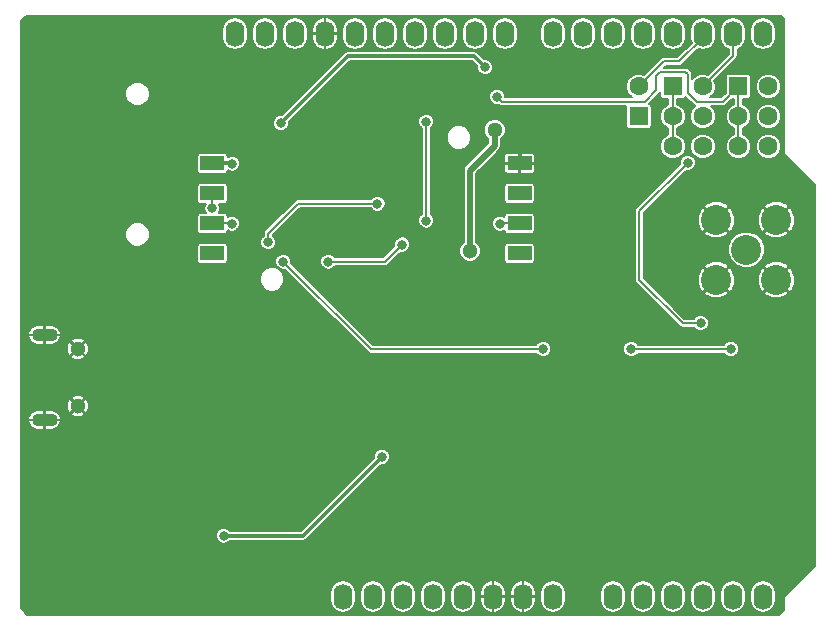
<source format=gbr>
G04 #@! TF.FileFunction,Copper,L2,Bot,Signal*
%FSLAX46Y46*%
G04 Gerber Fmt 4.6, Leading zero omitted, Abs format (unit mm)*
G04 Created by KiCad (PCBNEW 4.0.7-e2-6376~58~ubuntu16.04.1) date Sat Jul 27 23:54:02 2019*
%MOMM*%
%LPD*%
G01*
G04 APERTURE LIST*
%ADD10C,0.100000*%
%ADD11C,1.600000*%
%ADD12R,1.600000X1.600000*%
%ADD13C,1.300000*%
%ADD14O,2.200000X1.100000*%
%ADD15O,1.600000X2.200000*%
%ADD16C,2.540000*%
%ADD17R,2.000000X1.200000*%
%ADD18C,0.800000*%
%ADD19C,1.000000*%
%ADD20C,0.200000*%
%ADD21C,0.300000*%
%ADD22C,0.250000*%
%ADD23C,0.500000*%
%ADD24C,0.160000*%
G04 APERTURE END LIST*
D10*
D11*
X134400000Y-104560000D03*
D12*
X134400000Y-107100000D03*
D13*
X86900000Y-126775000D03*
X86900000Y-131625000D03*
D14*
X84100000Y-125600000D03*
X84100000Y-132800000D03*
D12*
X142830000Y-104560000D03*
D11*
X145370000Y-104560000D03*
X142830000Y-107100000D03*
X145370000Y-107100000D03*
X142830000Y-109640000D03*
X145370000Y-109640000D03*
D12*
X137280000Y-104560000D03*
D11*
X139820000Y-104560000D03*
X137280000Y-107100000D03*
X139820000Y-107100000D03*
X137280000Y-109640000D03*
X139820000Y-109640000D03*
D15*
X109360000Y-147760000D03*
X111900000Y-147760000D03*
X114440000Y-147760000D03*
X116980000Y-147760000D03*
X119520000Y-147760000D03*
X122060000Y-147760000D03*
X124600000Y-147760000D03*
X127140000Y-147760000D03*
X132220000Y-147760000D03*
X134760000Y-147760000D03*
X137300000Y-147760000D03*
X139840000Y-147760000D03*
X142380000Y-147760000D03*
X144920000Y-147760000D03*
X144920000Y-100100000D03*
X142380000Y-100100000D03*
X139840000Y-100100000D03*
X137300000Y-100100000D03*
X134760000Y-100100000D03*
X132220000Y-100100000D03*
X129680000Y-100100000D03*
X127140000Y-100100000D03*
X123076000Y-100100000D03*
X120536000Y-100100000D03*
X117996000Y-100100000D03*
X115456000Y-100100000D03*
X112916000Y-100100000D03*
X110376000Y-100100000D03*
X107836000Y-100100000D03*
X105298540Y-100100000D03*
X102756000Y-100100000D03*
X100216000Y-100100000D03*
D16*
X143500000Y-118400000D03*
X146040000Y-120940000D03*
X140960000Y-115860000D03*
X140960000Y-120940000D03*
X146040000Y-115860000D03*
D17*
X98300000Y-111090000D03*
X98300000Y-113630000D03*
X98300000Y-116170000D03*
X124300000Y-111090000D03*
X124300000Y-113630000D03*
X124300000Y-116170000D03*
X98300000Y-118710000D03*
X124300000Y-118710000D03*
D18*
X113325000Y-115750000D03*
X103925000Y-111700000D03*
X105625000Y-107900000D03*
X96850000Y-109650000D03*
X94900000Y-110150000D03*
X96600000Y-106675000D03*
X93800000Y-106350000D03*
X105300000Y-141000000D03*
X105300000Y-137800000D03*
X109800000Y-135350000D03*
X112950000Y-140250000D03*
X111450000Y-138800000D03*
X110750000Y-143050000D03*
X107300000Y-143050000D03*
X101850000Y-140550000D03*
X107350000Y-148000000D03*
X103050000Y-148000000D03*
X103650000Y-144250000D03*
X139975000Y-144000000D03*
X146200000Y-142250000D03*
X144450000Y-144000000D03*
X123150000Y-103750000D03*
X126050000Y-104200000D03*
X116400000Y-104650000D03*
X120200000Y-104650000D03*
X134400000Y-102900000D03*
X131000000Y-103000000D03*
X126050000Y-101950000D03*
X115200000Y-109500000D03*
X117450000Y-109300000D03*
X114750000Y-103250000D03*
X115900000Y-103550000D03*
X111650000Y-103250000D03*
X110650000Y-106700000D03*
X110350000Y-105550000D03*
X110350000Y-104400000D03*
X110650000Y-103250000D03*
X104400000Y-121900000D03*
X97250000Y-120500000D03*
X101500000Y-120500000D03*
X89550000Y-121250000D03*
X89150000Y-113900000D03*
X93700000Y-110900000D03*
X93700000Y-108550000D03*
X94900000Y-102400000D03*
X89400000Y-108400000D03*
X86400000Y-113900000D03*
X82700000Y-117200000D03*
X82700000Y-111350000D03*
X82700000Y-105450000D03*
X82900000Y-99350000D03*
X89400000Y-99350000D03*
X94900000Y-99350000D03*
X104300000Y-126400000D03*
X89350000Y-126900000D03*
X91750000Y-126900000D03*
X93650000Y-126900000D03*
X95550000Y-126900000D03*
X97450000Y-126900000D03*
X99400000Y-126900000D03*
X101100000Y-126900000D03*
X102900000Y-126900000D03*
X102900000Y-130150000D03*
X101050000Y-130150000D03*
X99200000Y-130150000D03*
X97350000Y-130150000D03*
X95450000Y-130150000D03*
X93550000Y-130150000D03*
X91650000Y-130150000D03*
X89350000Y-130150000D03*
X113900000Y-125650000D03*
X113900000Y-120300000D03*
X118700000Y-116000000D03*
X118700000Y-120800000D03*
X118700000Y-125650000D03*
X128550000Y-125550000D03*
X121350000Y-125550000D03*
X121350000Y-121350000D03*
X121350000Y-116450000D03*
X126400000Y-120300000D03*
X126400000Y-115900000D03*
X130800000Y-115900000D03*
X134200000Y-113950000D03*
X133350000Y-120650000D03*
X135300000Y-125900000D03*
X135300000Y-134400000D03*
X130950000Y-131900000D03*
X126500000Y-131900000D03*
X122500000Y-127900000D03*
X129850000Y-127900000D03*
X135300000Y-127900000D03*
X135300000Y-131900000D03*
X128200000Y-140500000D03*
X130300000Y-134800000D03*
X125600000Y-134800000D03*
X122250000Y-131450000D03*
X118700000Y-127900000D03*
X113450000Y-127900000D03*
X113450000Y-132400000D03*
X113950000Y-136750000D03*
X117700000Y-140500000D03*
X122700000Y-140500000D03*
X141325000Y-107500000D03*
X140725000Y-102550000D03*
X146175000Y-105825000D03*
X146050000Y-101975000D03*
X146600000Y-111575000D03*
X143600000Y-101975000D03*
X141300000Y-111950000D03*
X148800000Y-113225000D03*
X135600000Y-109600000D03*
X136375000Y-111950000D03*
X141325000Y-109125000D03*
X135800000Y-117400000D03*
X135300000Y-118375000D03*
X144000000Y-116125000D03*
X143000000Y-116125000D03*
X145675000Y-119000000D03*
X145675000Y-117875000D03*
X143000000Y-120450000D03*
X144000000Y-120450000D03*
X145050000Y-125650000D03*
X146950000Y-125650000D03*
X145300000Y-138250000D03*
X145150000Y-127975000D03*
X143300000Y-127825000D03*
X142350000Y-130225000D03*
X145750000Y-129750000D03*
X139375000Y-132150000D03*
X139150000Y-130500000D03*
X137200000Y-137350000D03*
X139100000Y-136400000D03*
X137150000Y-144000000D03*
X138550000Y-142575000D03*
X108100000Y-126400000D03*
X94400000Y-148750000D03*
X96700000Y-146700000D03*
X94400000Y-144650000D03*
X92100000Y-146700000D03*
X96700000Y-132800000D03*
X94400000Y-134850000D03*
X94400000Y-130750000D03*
X92100000Y-132800000D03*
D13*
X87100000Y-133500000D03*
D18*
X101500000Y-118525000D03*
X100775000Y-111700000D03*
X100775000Y-103500000D03*
X103925000Y-103500000D03*
X104175000Y-113775000D03*
X99875000Y-115175000D03*
X125200000Y-109300000D03*
X140825000Y-138225000D03*
X100400000Y-141550000D03*
X102400000Y-134900000D03*
X98100000Y-135300000D03*
X111250000Y-111150000D03*
D13*
X87100000Y-146850000D03*
X93100000Y-140100000D03*
D19*
X99050000Y-140100000D03*
D18*
X139100000Y-134400000D03*
X132150000Y-111400000D03*
X137450000Y-116450000D03*
X135800000Y-120400000D03*
X139100000Y-120400000D03*
X135800000Y-119400000D03*
X139100000Y-119400000D03*
X139100000Y-117400000D03*
X132400000Y-142300000D03*
X131200000Y-144300000D03*
X128900000Y-144300000D03*
X131200000Y-109500000D03*
X128200000Y-109500000D03*
X127200000Y-109500000D03*
X127200000Y-113300000D03*
X128200000Y-113300000D03*
X131200000Y-113300000D03*
X112200000Y-112800000D03*
X114200000Y-112800000D03*
X115200000Y-112800000D03*
X112200000Y-109500000D03*
X114200000Y-109500000D03*
X106200000Y-116450000D03*
X104300000Y-118400000D03*
X104300000Y-117400000D03*
X108100000Y-118400000D03*
X108100000Y-121400000D03*
X104300000Y-130400000D03*
X108100000Y-130400000D03*
X139675000Y-127750000D03*
X132200000Y-109600000D03*
X129525000Y-107550000D03*
X114750000Y-106750000D03*
X111650000Y-106750000D03*
X94900000Y-117850000D03*
X143350000Y-134600000D03*
X142550000Y-133400000D03*
X108100000Y-117400000D03*
X99250000Y-142600000D03*
X112650000Y-135925000D03*
X104100000Y-107675000D03*
X121400000Y-102950000D03*
X99975000Y-111100000D03*
X108100000Y-119400000D03*
X114375000Y-117950000D03*
X116400000Y-115925000D03*
X116400000Y-107550000D03*
D13*
X122200000Y-108250000D03*
X120100000Y-118500000D03*
D18*
X142200000Y-126800000D03*
X133750000Y-126800000D03*
X126300000Y-126800000D03*
X104300000Y-119400000D03*
X112275000Y-114500000D03*
X122650000Y-116175000D03*
X103025000Y-117775000D03*
X98300000Y-114900000D03*
X99950000Y-116175000D03*
X122400000Y-105450000D03*
X138550000Y-111025000D03*
X139650000Y-124600000D03*
D20*
X104400000Y-121900000D02*
X103800000Y-122500000D01*
X103100000Y-122500000D02*
X102500000Y-121900000D01*
X103800000Y-122500000D02*
X103100000Y-122500000D01*
X103925000Y-111700000D02*
X103925000Y-109600000D01*
X103925000Y-109600000D02*
X105625000Y-107900000D01*
X96850000Y-109650000D02*
X96850000Y-106925000D01*
X95400000Y-109650000D02*
X96850000Y-109650000D01*
X94900000Y-110150000D02*
X95400000Y-109650000D01*
X96850000Y-106925000D02*
X96600000Y-106675000D01*
X94900000Y-102400000D02*
X93800000Y-103500000D01*
X93800000Y-103500000D02*
X93800000Y-106350000D01*
X107350000Y-137800000D02*
X105300000Y-137800000D01*
X109800000Y-135350000D02*
X107350000Y-137800000D01*
X103650000Y-144250000D02*
X106150000Y-144250000D01*
X110750000Y-139500000D02*
X111450000Y-138800000D01*
X110750000Y-143050000D02*
X110750000Y-139500000D01*
X107300000Y-143100000D02*
X107300000Y-143050000D01*
X106150000Y-144250000D02*
X107300000Y-143100000D01*
X103650000Y-147400000D02*
X103050000Y-148000000D01*
X103650000Y-144250000D02*
X103650000Y-147400000D01*
X144450000Y-144000000D02*
X146200000Y-142250000D01*
X126050000Y-104200000D02*
X126050000Y-101950000D01*
X121250000Y-104650000D02*
X122150000Y-103750000D01*
X122150000Y-103750000D02*
X123150000Y-103750000D01*
X120200000Y-104650000D02*
X116400000Y-104650000D01*
X120200000Y-104650000D02*
X121250000Y-104650000D01*
X134300000Y-103000000D02*
X134400000Y-102900000D01*
X131000000Y-103000000D02*
X134300000Y-103000000D01*
X110350000Y-106400000D02*
X110650000Y-106700000D01*
X110350000Y-105550000D02*
X110350000Y-106400000D01*
X110350000Y-103550000D02*
X110350000Y-104400000D01*
X110650000Y-103250000D02*
X110350000Y-103550000D01*
X101500000Y-120900000D02*
X101500000Y-120500000D01*
X102500000Y-121900000D02*
X101500000Y-120900000D01*
X86400000Y-113900000D02*
X89150000Y-113900000D01*
X94900000Y-102400000D02*
X94900000Y-99350000D01*
X86400000Y-115500000D02*
X86400000Y-113900000D01*
X84700000Y-117200000D02*
X86400000Y-115500000D01*
X82700000Y-117200000D02*
X84700000Y-117200000D01*
X82700000Y-105450000D02*
X82700000Y-111350000D01*
X89400000Y-99350000D02*
X82900000Y-99350000D01*
D21*
X91750000Y-126900000D02*
X89350000Y-126900000D01*
X95550000Y-126900000D02*
X93650000Y-126900000D01*
X99400000Y-126900000D02*
X97450000Y-126900000D01*
X102900000Y-126900000D02*
X101100000Y-126900000D01*
X101050000Y-130150000D02*
X102900000Y-130150000D01*
X97350000Y-130150000D02*
X99200000Y-130150000D01*
X93550000Y-130150000D02*
X95450000Y-130150000D01*
X89350000Y-130150000D02*
X91650000Y-130150000D01*
D20*
X118200000Y-116000000D02*
X113900000Y-120300000D01*
X118700000Y-116000000D02*
X118200000Y-116000000D01*
X118700000Y-125650000D02*
X118700000Y-120800000D01*
X121350000Y-125550000D02*
X128550000Y-125550000D01*
X121350000Y-116450000D02*
X121350000Y-121350000D01*
X126400000Y-115900000D02*
X126400000Y-120300000D01*
X132250000Y-115900000D02*
X130800000Y-115900000D01*
X134200000Y-113950000D02*
X132250000Y-115900000D01*
X133350000Y-121450000D02*
X133350000Y-120650000D01*
X135300000Y-123400000D02*
X133350000Y-121450000D01*
X135300000Y-125900000D02*
X135300000Y-123400000D01*
X135300000Y-134400000D02*
X135300000Y-131900000D01*
X122500000Y-127900000D02*
X126500000Y-131900000D01*
X135300000Y-127900000D02*
X129850000Y-127900000D01*
X122250000Y-131450000D02*
X125600000Y-134800000D01*
X113450000Y-127900000D02*
X118700000Y-127900000D01*
X113950000Y-132900000D02*
X113450000Y-132400000D01*
X113950000Y-136750000D02*
X113950000Y-132900000D01*
X122700000Y-140500000D02*
X117700000Y-140500000D01*
X143600000Y-101975000D02*
X146050000Y-101975000D01*
X145675000Y-117875000D02*
X145675000Y-117900000D01*
X145150000Y-127975000D02*
X145225000Y-127975000D01*
X139375000Y-132150000D02*
X139375000Y-130725000D01*
X139375000Y-130725000D02*
X139150000Y-130500000D01*
D22*
X124300000Y-111090000D02*
X124300000Y-110200000D01*
X124300000Y-110200000D02*
X125200000Y-109300000D01*
D21*
X105975000Y-142600000D02*
X99250000Y-142600000D01*
X112650000Y-135925000D02*
X105975000Y-142600000D01*
X109750000Y-102025000D02*
X104100000Y-107675000D01*
X120475000Y-102025000D02*
X109750000Y-102025000D01*
X121400000Y-102950000D02*
X120475000Y-102025000D01*
X99965000Y-111090000D02*
X98300000Y-111090000D01*
X99975000Y-111100000D02*
X99965000Y-111090000D01*
D20*
X112925000Y-119400000D02*
X108100000Y-119400000D01*
X114375000Y-117950000D02*
X112925000Y-119400000D01*
X116400000Y-107550000D02*
X116400000Y-115925000D01*
D23*
X122200000Y-108250000D02*
X122200000Y-109600000D01*
X120100000Y-118500000D02*
X120100000Y-111700000D01*
X120100000Y-111700000D02*
X122200000Y-109600000D01*
D20*
X111700000Y-126800000D02*
X126300000Y-126800000D01*
X142200000Y-126800000D02*
X133750000Y-126800000D01*
X104300000Y-119400000D02*
X111700000Y-126800000D01*
X105550000Y-114500000D02*
X112275000Y-114500000D01*
X122655000Y-116170000D02*
X122650000Y-116175000D01*
X124300000Y-116170000D02*
X122655000Y-116170000D01*
X103025000Y-117025000D02*
X105550000Y-114500000D01*
X103025000Y-117775000D02*
X103025000Y-117025000D01*
X98300000Y-114900000D02*
X98300000Y-113630000D01*
X99945000Y-116170000D02*
X99950000Y-116175000D01*
X99945000Y-116170000D02*
X98300000Y-116170000D01*
X139840000Y-99800000D02*
X139840000Y-100435000D01*
X139840000Y-100435000D02*
X137825000Y-102450000D01*
X136510000Y-102450000D02*
X134400000Y-104560000D01*
X137825000Y-102450000D02*
X136510000Y-102450000D01*
X141540000Y-105850000D02*
X139300000Y-105850000D01*
X139300000Y-105850000D02*
X138550000Y-105100000D01*
X138550000Y-105100000D02*
X138550000Y-103550000D01*
X138550000Y-103550000D02*
X138350000Y-103350000D01*
X138350000Y-103350000D02*
X136200000Y-103350000D01*
X136200000Y-103350000D02*
X135850000Y-103700000D01*
X135850000Y-103700000D02*
X135850000Y-104900000D01*
X135850000Y-104900000D02*
X134900000Y-105850000D01*
X134900000Y-105850000D02*
X122800000Y-105850000D01*
X122800000Y-105850000D02*
X122400000Y-105450000D01*
X142830000Y-104560000D02*
X141540000Y-105850000D01*
X142830000Y-104560000D02*
X142830000Y-107100000D01*
X142830000Y-107100000D02*
X142830000Y-109640000D01*
X137280000Y-104560000D02*
X137280000Y-107100000D01*
X137280000Y-107100000D02*
X137280000Y-109640000D01*
X134425000Y-119375000D02*
X134425000Y-120925000D01*
X138100000Y-124600000D02*
X139650000Y-124600000D01*
X134425000Y-120925000D02*
X138100000Y-124600000D01*
X138550000Y-111025000D02*
X134425000Y-115150000D01*
X134425000Y-115150000D02*
X134425000Y-119375000D01*
X139820000Y-104560000D02*
X142380000Y-102000000D01*
X142380000Y-102000000D02*
X142380000Y-99800000D01*
D24*
G36*
X146720000Y-98833138D02*
X146720000Y-110300000D01*
X146726303Y-110331124D01*
X146743431Y-110356569D01*
X149320000Y-112933138D01*
X149320000Y-145166862D01*
X146743431Y-147743431D01*
X146725880Y-147769897D01*
X146720000Y-147800000D01*
X146720000Y-148866862D01*
X146266862Y-149320000D01*
X82633138Y-149320000D01*
X82080000Y-148766862D01*
X82080000Y-147432964D01*
X108280000Y-147432964D01*
X108280000Y-148087036D01*
X108362210Y-148500334D01*
X108596325Y-148850711D01*
X108946702Y-149084826D01*
X109360000Y-149167036D01*
X109773298Y-149084826D01*
X110123675Y-148850711D01*
X110357790Y-148500334D01*
X110440000Y-148087036D01*
X110440000Y-147432964D01*
X110820000Y-147432964D01*
X110820000Y-148087036D01*
X110902210Y-148500334D01*
X111136325Y-148850711D01*
X111486702Y-149084826D01*
X111900000Y-149167036D01*
X112313298Y-149084826D01*
X112663675Y-148850711D01*
X112897790Y-148500334D01*
X112980000Y-148087036D01*
X112980000Y-147432964D01*
X113360000Y-147432964D01*
X113360000Y-148087036D01*
X113442210Y-148500334D01*
X113676325Y-148850711D01*
X114026702Y-149084826D01*
X114440000Y-149167036D01*
X114853298Y-149084826D01*
X115203675Y-148850711D01*
X115437790Y-148500334D01*
X115520000Y-148087036D01*
X115520000Y-147432964D01*
X115900000Y-147432964D01*
X115900000Y-148087036D01*
X115982210Y-148500334D01*
X116216325Y-148850711D01*
X116566702Y-149084826D01*
X116980000Y-149167036D01*
X117393298Y-149084826D01*
X117743675Y-148850711D01*
X117977790Y-148500334D01*
X118060000Y-148087036D01*
X118060000Y-147432964D01*
X118440000Y-147432964D01*
X118440000Y-148087036D01*
X118522210Y-148500334D01*
X118756325Y-148850711D01*
X119106702Y-149084826D01*
X119520000Y-149167036D01*
X119933298Y-149084826D01*
X120283675Y-148850711D01*
X120517790Y-148500334D01*
X120600000Y-148087036D01*
X120600000Y-147785000D01*
X120970000Y-147785000D01*
X120970000Y-148085000D01*
X121062538Y-148500222D01*
X121306931Y-148848424D01*
X121665972Y-149076596D01*
X121864839Y-149132386D01*
X122035000Y-149077193D01*
X122035000Y-147785000D01*
X122085000Y-147785000D01*
X122085000Y-149077193D01*
X122255161Y-149132386D01*
X122454028Y-149076596D01*
X122813069Y-148848424D01*
X123057462Y-148500222D01*
X123150000Y-148085000D01*
X123150000Y-147785000D01*
X123510000Y-147785000D01*
X123510000Y-148085000D01*
X123602538Y-148500222D01*
X123846931Y-148848424D01*
X124205972Y-149076596D01*
X124404839Y-149132386D01*
X124575000Y-149077193D01*
X124575000Y-147785000D01*
X124625000Y-147785000D01*
X124625000Y-149077193D01*
X124795161Y-149132386D01*
X124994028Y-149076596D01*
X125353069Y-148848424D01*
X125597462Y-148500222D01*
X125690000Y-148085000D01*
X125690000Y-147785000D01*
X124625000Y-147785000D01*
X124575000Y-147785000D01*
X123510000Y-147785000D01*
X123150000Y-147785000D01*
X122085000Y-147785000D01*
X122035000Y-147785000D01*
X120970000Y-147785000D01*
X120600000Y-147785000D01*
X120600000Y-147435000D01*
X120970000Y-147435000D01*
X120970000Y-147735000D01*
X122035000Y-147735000D01*
X122035000Y-146442807D01*
X122085000Y-146442807D01*
X122085000Y-147735000D01*
X123150000Y-147735000D01*
X123150000Y-147435000D01*
X123510000Y-147435000D01*
X123510000Y-147735000D01*
X124575000Y-147735000D01*
X124575000Y-146442807D01*
X124625000Y-146442807D01*
X124625000Y-147735000D01*
X125690000Y-147735000D01*
X125690000Y-147435000D01*
X125689547Y-147432964D01*
X126060000Y-147432964D01*
X126060000Y-148087036D01*
X126142210Y-148500334D01*
X126376325Y-148850711D01*
X126726702Y-149084826D01*
X127140000Y-149167036D01*
X127553298Y-149084826D01*
X127903675Y-148850711D01*
X128137790Y-148500334D01*
X128220000Y-148087036D01*
X128220000Y-147432964D01*
X131140000Y-147432964D01*
X131140000Y-148087036D01*
X131222210Y-148500334D01*
X131456325Y-148850711D01*
X131806702Y-149084826D01*
X132220000Y-149167036D01*
X132633298Y-149084826D01*
X132983675Y-148850711D01*
X133217790Y-148500334D01*
X133300000Y-148087036D01*
X133300000Y-147432964D01*
X133680000Y-147432964D01*
X133680000Y-148087036D01*
X133762210Y-148500334D01*
X133996325Y-148850711D01*
X134346702Y-149084826D01*
X134760000Y-149167036D01*
X135173298Y-149084826D01*
X135523675Y-148850711D01*
X135757790Y-148500334D01*
X135840000Y-148087036D01*
X135840000Y-147432964D01*
X136220000Y-147432964D01*
X136220000Y-148087036D01*
X136302210Y-148500334D01*
X136536325Y-148850711D01*
X136886702Y-149084826D01*
X137300000Y-149167036D01*
X137713298Y-149084826D01*
X138063675Y-148850711D01*
X138297790Y-148500334D01*
X138380000Y-148087036D01*
X138380000Y-147432964D01*
X138760000Y-147432964D01*
X138760000Y-148087036D01*
X138842210Y-148500334D01*
X139076325Y-148850711D01*
X139426702Y-149084826D01*
X139840000Y-149167036D01*
X140253298Y-149084826D01*
X140603675Y-148850711D01*
X140837790Y-148500334D01*
X140920000Y-148087036D01*
X140920000Y-147432964D01*
X141300000Y-147432964D01*
X141300000Y-148087036D01*
X141382210Y-148500334D01*
X141616325Y-148850711D01*
X141966702Y-149084826D01*
X142380000Y-149167036D01*
X142793298Y-149084826D01*
X143143675Y-148850711D01*
X143377790Y-148500334D01*
X143460000Y-148087036D01*
X143460000Y-147432964D01*
X143840000Y-147432964D01*
X143840000Y-148087036D01*
X143922210Y-148500334D01*
X144156325Y-148850711D01*
X144506702Y-149084826D01*
X144920000Y-149167036D01*
X145333298Y-149084826D01*
X145683675Y-148850711D01*
X145917790Y-148500334D01*
X146000000Y-148087036D01*
X146000000Y-147432964D01*
X145917790Y-147019666D01*
X145683675Y-146669289D01*
X145333298Y-146435174D01*
X144920000Y-146352964D01*
X144506702Y-146435174D01*
X144156325Y-146669289D01*
X143922210Y-147019666D01*
X143840000Y-147432964D01*
X143460000Y-147432964D01*
X143377790Y-147019666D01*
X143143675Y-146669289D01*
X142793298Y-146435174D01*
X142380000Y-146352964D01*
X141966702Y-146435174D01*
X141616325Y-146669289D01*
X141382210Y-147019666D01*
X141300000Y-147432964D01*
X140920000Y-147432964D01*
X140837790Y-147019666D01*
X140603675Y-146669289D01*
X140253298Y-146435174D01*
X139840000Y-146352964D01*
X139426702Y-146435174D01*
X139076325Y-146669289D01*
X138842210Y-147019666D01*
X138760000Y-147432964D01*
X138380000Y-147432964D01*
X138297790Y-147019666D01*
X138063675Y-146669289D01*
X137713298Y-146435174D01*
X137300000Y-146352964D01*
X136886702Y-146435174D01*
X136536325Y-146669289D01*
X136302210Y-147019666D01*
X136220000Y-147432964D01*
X135840000Y-147432964D01*
X135757790Y-147019666D01*
X135523675Y-146669289D01*
X135173298Y-146435174D01*
X134760000Y-146352964D01*
X134346702Y-146435174D01*
X133996325Y-146669289D01*
X133762210Y-147019666D01*
X133680000Y-147432964D01*
X133300000Y-147432964D01*
X133217790Y-147019666D01*
X132983675Y-146669289D01*
X132633298Y-146435174D01*
X132220000Y-146352964D01*
X131806702Y-146435174D01*
X131456325Y-146669289D01*
X131222210Y-147019666D01*
X131140000Y-147432964D01*
X128220000Y-147432964D01*
X128137790Y-147019666D01*
X127903675Y-146669289D01*
X127553298Y-146435174D01*
X127140000Y-146352964D01*
X126726702Y-146435174D01*
X126376325Y-146669289D01*
X126142210Y-147019666D01*
X126060000Y-147432964D01*
X125689547Y-147432964D01*
X125597462Y-147019778D01*
X125353069Y-146671576D01*
X124994028Y-146443404D01*
X124795161Y-146387614D01*
X124625000Y-146442807D01*
X124575000Y-146442807D01*
X124404839Y-146387614D01*
X124205972Y-146443404D01*
X123846931Y-146671576D01*
X123602538Y-147019778D01*
X123510000Y-147435000D01*
X123150000Y-147435000D01*
X123057462Y-147019778D01*
X122813069Y-146671576D01*
X122454028Y-146443404D01*
X122255161Y-146387614D01*
X122085000Y-146442807D01*
X122035000Y-146442807D01*
X121864839Y-146387614D01*
X121665972Y-146443404D01*
X121306931Y-146671576D01*
X121062538Y-147019778D01*
X120970000Y-147435000D01*
X120600000Y-147435000D01*
X120600000Y-147432964D01*
X120517790Y-147019666D01*
X120283675Y-146669289D01*
X119933298Y-146435174D01*
X119520000Y-146352964D01*
X119106702Y-146435174D01*
X118756325Y-146669289D01*
X118522210Y-147019666D01*
X118440000Y-147432964D01*
X118060000Y-147432964D01*
X117977790Y-147019666D01*
X117743675Y-146669289D01*
X117393298Y-146435174D01*
X116980000Y-146352964D01*
X116566702Y-146435174D01*
X116216325Y-146669289D01*
X115982210Y-147019666D01*
X115900000Y-147432964D01*
X115520000Y-147432964D01*
X115437790Y-147019666D01*
X115203675Y-146669289D01*
X114853298Y-146435174D01*
X114440000Y-146352964D01*
X114026702Y-146435174D01*
X113676325Y-146669289D01*
X113442210Y-147019666D01*
X113360000Y-147432964D01*
X112980000Y-147432964D01*
X112897790Y-147019666D01*
X112663675Y-146669289D01*
X112313298Y-146435174D01*
X111900000Y-146352964D01*
X111486702Y-146435174D01*
X111136325Y-146669289D01*
X110902210Y-147019666D01*
X110820000Y-147432964D01*
X110440000Y-147432964D01*
X110357790Y-147019666D01*
X110123675Y-146669289D01*
X109773298Y-146435174D01*
X109360000Y-146352964D01*
X108946702Y-146435174D01*
X108596325Y-146669289D01*
X108362210Y-147019666D01*
X108280000Y-147432964D01*
X82080000Y-147432964D01*
X82080000Y-142734667D01*
X98569882Y-142734667D01*
X98673188Y-142984686D01*
X98864308Y-143176140D01*
X99114146Y-143279882D01*
X99384667Y-143280118D01*
X99634686Y-143176812D01*
X99781755Y-143030000D01*
X105975000Y-143030000D01*
X106139554Y-142997268D01*
X106279056Y-142904056D01*
X112578174Y-136604938D01*
X112784667Y-136605118D01*
X113034686Y-136501812D01*
X113226140Y-136310692D01*
X113329882Y-136060854D01*
X113330118Y-135790333D01*
X113226812Y-135540314D01*
X113035692Y-135348860D01*
X112785854Y-135245118D01*
X112515333Y-135244882D01*
X112265314Y-135348188D01*
X112073860Y-135539308D01*
X111970118Y-135789146D01*
X111969937Y-135996951D01*
X105796888Y-142170000D01*
X99781577Y-142170000D01*
X99635692Y-142023860D01*
X99385854Y-141920118D01*
X99115333Y-141919882D01*
X98865314Y-142023188D01*
X98673860Y-142214308D01*
X98570118Y-142464146D01*
X98569882Y-142734667D01*
X82080000Y-142734667D01*
X82080000Y-132956039D01*
X82724620Y-132956039D01*
X82764374Y-133098357D01*
X82938353Y-133376292D01*
X83205449Y-133566492D01*
X83525000Y-133640000D01*
X84075000Y-133640000D01*
X84075000Y-132825000D01*
X84125000Y-132825000D01*
X84125000Y-133640000D01*
X84675000Y-133640000D01*
X84994551Y-133566492D01*
X85261647Y-133376292D01*
X85435626Y-133098357D01*
X85475380Y-132956039D01*
X85417093Y-132825000D01*
X84125000Y-132825000D01*
X84075000Y-132825000D01*
X82782907Y-132825000D01*
X82724620Y-132956039D01*
X82080000Y-132956039D01*
X82080000Y-132643961D01*
X82724620Y-132643961D01*
X82782907Y-132775000D01*
X84075000Y-132775000D01*
X84075000Y-131960000D01*
X84125000Y-131960000D01*
X84125000Y-132775000D01*
X85417093Y-132775000D01*
X85475380Y-132643961D01*
X85435626Y-132501643D01*
X85289914Y-132268865D01*
X86291490Y-132268865D01*
X86357075Y-132414806D01*
X86700648Y-132562454D01*
X87074571Y-132567383D01*
X87421917Y-132428843D01*
X87442925Y-132414806D01*
X87508510Y-132268865D01*
X86900000Y-131660355D01*
X86291490Y-132268865D01*
X85289914Y-132268865D01*
X85261647Y-132223708D01*
X84994551Y-132033508D01*
X84675000Y-131960000D01*
X84125000Y-131960000D01*
X84075000Y-131960000D01*
X83525000Y-131960000D01*
X83205449Y-132033508D01*
X82938353Y-132223708D01*
X82764374Y-132501643D01*
X82724620Y-132643961D01*
X82080000Y-132643961D01*
X82080000Y-131799571D01*
X85957617Y-131799571D01*
X86096157Y-132146917D01*
X86110194Y-132167925D01*
X86256135Y-132233510D01*
X86864645Y-131625000D01*
X86935355Y-131625000D01*
X87543865Y-132233510D01*
X87689806Y-132167925D01*
X87837454Y-131824352D01*
X87842383Y-131450429D01*
X87703843Y-131103083D01*
X87689806Y-131082075D01*
X87543865Y-131016490D01*
X86935355Y-131625000D01*
X86864645Y-131625000D01*
X86256135Y-131016490D01*
X86110194Y-131082075D01*
X85962546Y-131425648D01*
X85957617Y-131799571D01*
X82080000Y-131799571D01*
X82080000Y-130981135D01*
X86291490Y-130981135D01*
X86900000Y-131589645D01*
X87508510Y-130981135D01*
X87442925Y-130835194D01*
X87099352Y-130687546D01*
X86725429Y-130682617D01*
X86378083Y-130821157D01*
X86357075Y-130835194D01*
X86291490Y-130981135D01*
X82080000Y-130981135D01*
X82080000Y-127418865D01*
X86291490Y-127418865D01*
X86357075Y-127564806D01*
X86700648Y-127712454D01*
X87074571Y-127717383D01*
X87421917Y-127578843D01*
X87442925Y-127564806D01*
X87508510Y-127418865D01*
X86900000Y-126810355D01*
X86291490Y-127418865D01*
X82080000Y-127418865D01*
X82080000Y-126949571D01*
X85957617Y-126949571D01*
X86096157Y-127296917D01*
X86110194Y-127317925D01*
X86256135Y-127383510D01*
X86864645Y-126775000D01*
X86935355Y-126775000D01*
X87543865Y-127383510D01*
X87689806Y-127317925D01*
X87837454Y-126974352D01*
X87842383Y-126600429D01*
X87703843Y-126253083D01*
X87689806Y-126232075D01*
X87543865Y-126166490D01*
X86935355Y-126775000D01*
X86864645Y-126775000D01*
X86256135Y-126166490D01*
X86110194Y-126232075D01*
X85962546Y-126575648D01*
X85957617Y-126949571D01*
X82080000Y-126949571D01*
X82080000Y-125756039D01*
X82724620Y-125756039D01*
X82764374Y-125898357D01*
X82938353Y-126176292D01*
X83205449Y-126366492D01*
X83525000Y-126440000D01*
X84075000Y-126440000D01*
X84075000Y-125625000D01*
X84125000Y-125625000D01*
X84125000Y-126440000D01*
X84675000Y-126440000D01*
X84994551Y-126366492D01*
X85261647Y-126176292D01*
X85289913Y-126131135D01*
X86291490Y-126131135D01*
X86900000Y-126739645D01*
X87508510Y-126131135D01*
X87442925Y-125985194D01*
X87099352Y-125837546D01*
X86725429Y-125832617D01*
X86378083Y-125971157D01*
X86357075Y-125985194D01*
X86291490Y-126131135D01*
X85289913Y-126131135D01*
X85435626Y-125898357D01*
X85475380Y-125756039D01*
X85417093Y-125625000D01*
X84125000Y-125625000D01*
X84075000Y-125625000D01*
X82782907Y-125625000D01*
X82724620Y-125756039D01*
X82080000Y-125756039D01*
X82080000Y-125443961D01*
X82724620Y-125443961D01*
X82782907Y-125575000D01*
X84075000Y-125575000D01*
X84075000Y-124760000D01*
X84125000Y-124760000D01*
X84125000Y-125575000D01*
X85417093Y-125575000D01*
X85475380Y-125443961D01*
X85435626Y-125301643D01*
X85261647Y-125023708D01*
X84994551Y-124833508D01*
X84675000Y-124760000D01*
X84125000Y-124760000D01*
X84075000Y-124760000D01*
X83525000Y-124760000D01*
X83205449Y-124833508D01*
X82938353Y-125023708D01*
X82764374Y-125301643D01*
X82724620Y-125443961D01*
X82080000Y-125443961D01*
X82080000Y-121103981D01*
X102319821Y-121103981D01*
X102476299Y-121482686D01*
X102765790Y-121772682D01*
X103144221Y-121929821D01*
X103553981Y-121930179D01*
X103932686Y-121773701D01*
X104222682Y-121484210D01*
X104379821Y-121105779D01*
X104380179Y-120696019D01*
X104223701Y-120317314D01*
X103934210Y-120027318D01*
X103555779Y-119870179D01*
X103146019Y-119869821D01*
X102767314Y-120026299D01*
X102477318Y-120315790D01*
X102320179Y-120694221D01*
X102319821Y-121103981D01*
X82080000Y-121103981D01*
X82080000Y-117303981D01*
X90919821Y-117303981D01*
X91076299Y-117682686D01*
X91365790Y-117972682D01*
X91744221Y-118129821D01*
X92153981Y-118130179D01*
X92202817Y-118110000D01*
X97014515Y-118110000D01*
X97014515Y-119310000D01*
X97034039Y-119413762D01*
X97095362Y-119509060D01*
X97188930Y-119572993D01*
X97300000Y-119595485D01*
X99300000Y-119595485D01*
X99403762Y-119575961D01*
X99467934Y-119534667D01*
X103619882Y-119534667D01*
X103723188Y-119784686D01*
X103914308Y-119976140D01*
X104164146Y-120079882D01*
X104434667Y-120080118D01*
X104440363Y-120077765D01*
X111431297Y-127068698D01*
X111431299Y-127068701D01*
X111554580Y-127151074D01*
X111700000Y-127180000D01*
X125721252Y-127180000D01*
X125723188Y-127184686D01*
X125914308Y-127376140D01*
X126164146Y-127479882D01*
X126434667Y-127480118D01*
X126684686Y-127376812D01*
X126876140Y-127185692D01*
X126979882Y-126935854D01*
X126979883Y-126934667D01*
X133069882Y-126934667D01*
X133173188Y-127184686D01*
X133364308Y-127376140D01*
X133614146Y-127479882D01*
X133884667Y-127480118D01*
X134134686Y-127376812D01*
X134326140Y-127185692D01*
X134328504Y-127180000D01*
X141621252Y-127180000D01*
X141623188Y-127184686D01*
X141814308Y-127376140D01*
X142064146Y-127479882D01*
X142334667Y-127480118D01*
X142584686Y-127376812D01*
X142776140Y-127185692D01*
X142879882Y-126935854D01*
X142880118Y-126665333D01*
X142776812Y-126415314D01*
X142585692Y-126223860D01*
X142335854Y-126120118D01*
X142065333Y-126119882D01*
X141815314Y-126223188D01*
X141623860Y-126414308D01*
X141621496Y-126420000D01*
X134328748Y-126420000D01*
X134326812Y-126415314D01*
X134135692Y-126223860D01*
X133885854Y-126120118D01*
X133615333Y-126119882D01*
X133365314Y-126223188D01*
X133173860Y-126414308D01*
X133070118Y-126664146D01*
X133069882Y-126934667D01*
X126979883Y-126934667D01*
X126980118Y-126665333D01*
X126876812Y-126415314D01*
X126685692Y-126223860D01*
X126435854Y-126120118D01*
X126165333Y-126119882D01*
X125915314Y-126223188D01*
X125723860Y-126414308D01*
X125721496Y-126420000D01*
X111857401Y-126420000D01*
X104977938Y-119540536D01*
X104979882Y-119535854D01*
X104979883Y-119534667D01*
X107419882Y-119534667D01*
X107523188Y-119784686D01*
X107714308Y-119976140D01*
X107964146Y-120079882D01*
X108234667Y-120080118D01*
X108484686Y-119976812D01*
X108676140Y-119785692D01*
X108678504Y-119780000D01*
X112924995Y-119780000D01*
X112925000Y-119780001D01*
X113050683Y-119755000D01*
X113070420Y-119751074D01*
X113193701Y-119668701D01*
X114178225Y-118684177D01*
X119169839Y-118684177D01*
X119311124Y-119026115D01*
X119572509Y-119287956D01*
X119914200Y-119429838D01*
X120284177Y-119430161D01*
X120626115Y-119288876D01*
X120887956Y-119027491D01*
X121029838Y-118685800D01*
X121030161Y-118315823D01*
X120945118Y-118110000D01*
X123014515Y-118110000D01*
X123014515Y-119310000D01*
X123034039Y-119413762D01*
X123095362Y-119509060D01*
X123188930Y-119572993D01*
X123300000Y-119595485D01*
X125300000Y-119595485D01*
X125403762Y-119575961D01*
X125499060Y-119514638D01*
X125562993Y-119421070D01*
X125585485Y-119310000D01*
X125585485Y-118110000D01*
X125565961Y-118006238D01*
X125504638Y-117910940D01*
X125411070Y-117847007D01*
X125300000Y-117824515D01*
X123300000Y-117824515D01*
X123196238Y-117844039D01*
X123100940Y-117905362D01*
X123037007Y-117998930D01*
X123014515Y-118110000D01*
X120945118Y-118110000D01*
X120888876Y-117973885D01*
X120630000Y-117714557D01*
X120630000Y-116309667D01*
X121969882Y-116309667D01*
X122073188Y-116559686D01*
X122264308Y-116751140D01*
X122514146Y-116854882D01*
X122784667Y-116855118D01*
X123014515Y-116760147D01*
X123014515Y-116770000D01*
X123034039Y-116873762D01*
X123095362Y-116969060D01*
X123188930Y-117032993D01*
X123300000Y-117055485D01*
X125300000Y-117055485D01*
X125403762Y-117035961D01*
X125499060Y-116974638D01*
X125562993Y-116881070D01*
X125585485Y-116770000D01*
X125585485Y-115570000D01*
X125565961Y-115466238D01*
X125504638Y-115370940D01*
X125411070Y-115307007D01*
X125300000Y-115284515D01*
X123300000Y-115284515D01*
X123196238Y-115304039D01*
X123100940Y-115365362D01*
X123037007Y-115458930D01*
X123014515Y-115570000D01*
X123014515Y-115590067D01*
X122785854Y-115495118D01*
X122515333Y-115494882D01*
X122265314Y-115598188D01*
X122073860Y-115789308D01*
X121970118Y-116039146D01*
X121969882Y-116309667D01*
X120630000Y-116309667D01*
X120630000Y-115150000D01*
X134044999Y-115150000D01*
X134045000Y-115150005D01*
X134045000Y-120924995D01*
X134044999Y-120925000D01*
X134055016Y-120975355D01*
X134073926Y-121070420D01*
X134096351Y-121103981D01*
X134156299Y-121193701D01*
X137831297Y-124868698D01*
X137831299Y-124868701D01*
X137954580Y-124951074D01*
X137978708Y-124955873D01*
X138100000Y-124980001D01*
X138100005Y-124980000D01*
X139071252Y-124980000D01*
X139073188Y-124984686D01*
X139264308Y-125176140D01*
X139514146Y-125279882D01*
X139784667Y-125280118D01*
X140034686Y-125176812D01*
X140226140Y-124985692D01*
X140329882Y-124735854D01*
X140330118Y-124465333D01*
X140226812Y-124215314D01*
X140035692Y-124023860D01*
X139785854Y-123920118D01*
X139515333Y-123919882D01*
X139265314Y-124023188D01*
X139073860Y-124214308D01*
X139071496Y-124220000D01*
X138257401Y-124220000D01*
X136068366Y-122030964D01*
X139904391Y-122030964D01*
X140045432Y-122241328D01*
X140613046Y-122492260D01*
X141233481Y-122506875D01*
X141812280Y-122282947D01*
X141874568Y-122241328D01*
X142015609Y-122030964D01*
X144984391Y-122030964D01*
X145125432Y-122241328D01*
X145693046Y-122492260D01*
X146313481Y-122506875D01*
X146892280Y-122282947D01*
X146954568Y-122241328D01*
X147095609Y-122030964D01*
X146040000Y-120975355D01*
X144984391Y-122030964D01*
X142015609Y-122030964D01*
X140960000Y-120975355D01*
X139904391Y-122030964D01*
X136068366Y-122030964D01*
X135250883Y-121213481D01*
X139393125Y-121213481D01*
X139617053Y-121792280D01*
X139658672Y-121854568D01*
X139869036Y-121995609D01*
X140924645Y-120940000D01*
X140995355Y-120940000D01*
X142050964Y-121995609D01*
X142261328Y-121854568D01*
X142512260Y-121286954D01*
X142513990Y-121213481D01*
X144473125Y-121213481D01*
X144697053Y-121792280D01*
X144738672Y-121854568D01*
X144949036Y-121995609D01*
X146004645Y-120940000D01*
X146075355Y-120940000D01*
X147130964Y-121995609D01*
X147341328Y-121854568D01*
X147592260Y-121286954D01*
X147606875Y-120666519D01*
X147382947Y-120087720D01*
X147341328Y-120025432D01*
X147130964Y-119884391D01*
X146075355Y-120940000D01*
X146004645Y-120940000D01*
X144949036Y-119884391D01*
X144738672Y-120025432D01*
X144487740Y-120593046D01*
X144473125Y-121213481D01*
X142513990Y-121213481D01*
X142526875Y-120666519D01*
X142302947Y-120087720D01*
X142261328Y-120025432D01*
X142050964Y-119884391D01*
X140995355Y-120940000D01*
X140924645Y-120940000D01*
X139869036Y-119884391D01*
X139658672Y-120025432D01*
X139407740Y-120593046D01*
X139393125Y-121213481D01*
X135250883Y-121213481D01*
X134805000Y-120767598D01*
X134805000Y-119849036D01*
X139904391Y-119849036D01*
X140960000Y-120904645D01*
X142015609Y-119849036D01*
X141874568Y-119638672D01*
X141306954Y-119387740D01*
X140686519Y-119373125D01*
X140107720Y-119597053D01*
X140045432Y-119638672D01*
X139904391Y-119849036D01*
X134805000Y-119849036D01*
X134805000Y-118706961D01*
X141949732Y-118706961D01*
X142185208Y-119276857D01*
X142620849Y-119713260D01*
X143190333Y-119949730D01*
X143806961Y-119950268D01*
X144051961Y-119849036D01*
X144984391Y-119849036D01*
X146040000Y-120904645D01*
X147095609Y-119849036D01*
X146954568Y-119638672D01*
X146386954Y-119387740D01*
X145766519Y-119373125D01*
X145187720Y-119597053D01*
X145125432Y-119638672D01*
X144984391Y-119849036D01*
X144051961Y-119849036D01*
X144376857Y-119714792D01*
X144813260Y-119279151D01*
X145049730Y-118709667D01*
X145050268Y-118093039D01*
X144814792Y-117523143D01*
X144379151Y-117086740D01*
X144052166Y-116950964D01*
X144984391Y-116950964D01*
X145125432Y-117161328D01*
X145693046Y-117412260D01*
X146313481Y-117426875D01*
X146892280Y-117202947D01*
X146954568Y-117161328D01*
X147095609Y-116950964D01*
X146040000Y-115895355D01*
X144984391Y-116950964D01*
X144052166Y-116950964D01*
X143809667Y-116850270D01*
X143193039Y-116849732D01*
X142623143Y-117085208D01*
X142186740Y-117520849D01*
X141950270Y-118090333D01*
X141949732Y-118706961D01*
X134805000Y-118706961D01*
X134805000Y-116950964D01*
X139904391Y-116950964D01*
X140045432Y-117161328D01*
X140613046Y-117412260D01*
X141233481Y-117426875D01*
X141812280Y-117202947D01*
X141874568Y-117161328D01*
X142015609Y-116950964D01*
X140960000Y-115895355D01*
X139904391Y-116950964D01*
X134805000Y-116950964D01*
X134805000Y-116133481D01*
X139393125Y-116133481D01*
X139617053Y-116712280D01*
X139658672Y-116774568D01*
X139869036Y-116915609D01*
X140924645Y-115860000D01*
X140995355Y-115860000D01*
X142050964Y-116915609D01*
X142261328Y-116774568D01*
X142512260Y-116206954D01*
X142513990Y-116133481D01*
X144473125Y-116133481D01*
X144697053Y-116712280D01*
X144738672Y-116774568D01*
X144949036Y-116915609D01*
X146004645Y-115860000D01*
X146075355Y-115860000D01*
X147130964Y-116915609D01*
X147341328Y-116774568D01*
X147592260Y-116206954D01*
X147606875Y-115586519D01*
X147382947Y-115007720D01*
X147341328Y-114945432D01*
X147130964Y-114804391D01*
X146075355Y-115860000D01*
X146004645Y-115860000D01*
X144949036Y-114804391D01*
X144738672Y-114945432D01*
X144487740Y-115513046D01*
X144473125Y-116133481D01*
X142513990Y-116133481D01*
X142526875Y-115586519D01*
X142302947Y-115007720D01*
X142261328Y-114945432D01*
X142050964Y-114804391D01*
X140995355Y-115860000D01*
X140924645Y-115860000D01*
X139869036Y-114804391D01*
X139658672Y-114945432D01*
X139407740Y-115513046D01*
X139393125Y-116133481D01*
X134805000Y-116133481D01*
X134805000Y-115307402D01*
X135343366Y-114769036D01*
X139904391Y-114769036D01*
X140960000Y-115824645D01*
X142015609Y-114769036D01*
X144984391Y-114769036D01*
X146040000Y-115824645D01*
X147095609Y-114769036D01*
X146954568Y-114558672D01*
X146386954Y-114307740D01*
X145766519Y-114293125D01*
X145187720Y-114517053D01*
X145125432Y-114558672D01*
X144984391Y-114769036D01*
X142015609Y-114769036D01*
X141874568Y-114558672D01*
X141306954Y-114307740D01*
X140686519Y-114293125D01*
X140107720Y-114517053D01*
X140045432Y-114558672D01*
X139904391Y-114769036D01*
X135343366Y-114769036D01*
X138409464Y-111702938D01*
X138414146Y-111704882D01*
X138684667Y-111705118D01*
X138934686Y-111601812D01*
X139126140Y-111410692D01*
X139229882Y-111160854D01*
X139230118Y-110890333D01*
X139126812Y-110640314D01*
X138935692Y-110448860D01*
X138685854Y-110345118D01*
X138415333Y-110344882D01*
X138165314Y-110448188D01*
X137973860Y-110639308D01*
X137870118Y-110889146D01*
X137869882Y-111159667D01*
X137872235Y-111165363D01*
X134156299Y-114881299D01*
X134073926Y-115004580D01*
X134069127Y-115028708D01*
X134044999Y-115150000D01*
X120630000Y-115150000D01*
X120630000Y-113030000D01*
X123014515Y-113030000D01*
X123014515Y-114230000D01*
X123034039Y-114333762D01*
X123095362Y-114429060D01*
X123188930Y-114492993D01*
X123300000Y-114515485D01*
X125300000Y-114515485D01*
X125403762Y-114495961D01*
X125499060Y-114434638D01*
X125562993Y-114341070D01*
X125585485Y-114230000D01*
X125585485Y-113030000D01*
X125565961Y-112926238D01*
X125504638Y-112830940D01*
X125411070Y-112767007D01*
X125300000Y-112744515D01*
X123300000Y-112744515D01*
X123196238Y-112764039D01*
X123100940Y-112825362D01*
X123037007Y-112918930D01*
X123014515Y-113030000D01*
X120630000Y-113030000D01*
X120630000Y-111919534D01*
X121362033Y-111187500D01*
X123010000Y-111187500D01*
X123010000Y-111747685D01*
X123054150Y-111854272D01*
X123135728Y-111935850D01*
X123242316Y-111980000D01*
X124202500Y-111980000D01*
X124275000Y-111907500D01*
X124275000Y-111115000D01*
X124325000Y-111115000D01*
X124325000Y-111907500D01*
X124397500Y-111980000D01*
X125357684Y-111980000D01*
X125464272Y-111935850D01*
X125545850Y-111854272D01*
X125590000Y-111747685D01*
X125590000Y-111187500D01*
X125517500Y-111115000D01*
X124325000Y-111115000D01*
X124275000Y-111115000D01*
X123082500Y-111115000D01*
X123010000Y-111187500D01*
X121362033Y-111187500D01*
X122117218Y-110432315D01*
X123010000Y-110432315D01*
X123010000Y-110992500D01*
X123082500Y-111065000D01*
X124275000Y-111065000D01*
X124275000Y-110272500D01*
X124325000Y-110272500D01*
X124325000Y-111065000D01*
X125517500Y-111065000D01*
X125590000Y-110992500D01*
X125590000Y-110432315D01*
X125545850Y-110325728D01*
X125464272Y-110244150D01*
X125357684Y-110200000D01*
X124397500Y-110200000D01*
X124325000Y-110272500D01*
X124275000Y-110272500D01*
X124202500Y-110200000D01*
X123242316Y-110200000D01*
X123135728Y-110244150D01*
X123054150Y-110325728D01*
X123010000Y-110432315D01*
X122117218Y-110432315D01*
X122574764Y-109974769D01*
X122574767Y-109974767D01*
X122654279Y-109855768D01*
X122689656Y-109802823D01*
X122730000Y-109600000D01*
X122730000Y-109034998D01*
X122987956Y-108777491D01*
X123129838Y-108435800D01*
X123130161Y-108065823D01*
X122988876Y-107723885D01*
X122727491Y-107462044D01*
X122385800Y-107320162D01*
X122015823Y-107319839D01*
X121673885Y-107461124D01*
X121412044Y-107722509D01*
X121270162Y-108064200D01*
X121269839Y-108434177D01*
X121411124Y-108776115D01*
X121670000Y-109035443D01*
X121670000Y-109380467D01*
X119725233Y-111325233D01*
X119610344Y-111497178D01*
X119569999Y-111700000D01*
X119570000Y-111700005D01*
X119570000Y-117715002D01*
X119312044Y-117972509D01*
X119170162Y-118314200D01*
X119169839Y-118684177D01*
X114178225Y-118684177D01*
X114234464Y-118627938D01*
X114239146Y-118629882D01*
X114509667Y-118630118D01*
X114759686Y-118526812D01*
X114951140Y-118335692D01*
X115054882Y-118085854D01*
X115055118Y-117815333D01*
X114951812Y-117565314D01*
X114760692Y-117373860D01*
X114510854Y-117270118D01*
X114240333Y-117269882D01*
X113990314Y-117373188D01*
X113798860Y-117564308D01*
X113695118Y-117814146D01*
X113694882Y-118084667D01*
X113697236Y-118090363D01*
X112767598Y-119020000D01*
X108678748Y-119020000D01*
X108676812Y-119015314D01*
X108485692Y-118823860D01*
X108235854Y-118720118D01*
X107965333Y-118719882D01*
X107715314Y-118823188D01*
X107523860Y-119014308D01*
X107420118Y-119264146D01*
X107419882Y-119534667D01*
X104979883Y-119534667D01*
X104980118Y-119265333D01*
X104876812Y-119015314D01*
X104685692Y-118823860D01*
X104435854Y-118720118D01*
X104165333Y-118719882D01*
X103915314Y-118823188D01*
X103723860Y-119014308D01*
X103620118Y-119264146D01*
X103619882Y-119534667D01*
X99467934Y-119534667D01*
X99499060Y-119514638D01*
X99562993Y-119421070D01*
X99585485Y-119310000D01*
X99585485Y-118110000D01*
X99565961Y-118006238D01*
X99504638Y-117910940D01*
X99502775Y-117909667D01*
X102344882Y-117909667D01*
X102448188Y-118159686D01*
X102639308Y-118351140D01*
X102889146Y-118454882D01*
X103159667Y-118455118D01*
X103409686Y-118351812D01*
X103601140Y-118160692D01*
X103704882Y-117910854D01*
X103705118Y-117640333D01*
X103601812Y-117390314D01*
X103410692Y-117198860D01*
X103405000Y-117196496D01*
X103405000Y-117182402D01*
X105707401Y-114880000D01*
X111696252Y-114880000D01*
X111698188Y-114884686D01*
X111889308Y-115076140D01*
X112139146Y-115179882D01*
X112409667Y-115180118D01*
X112659686Y-115076812D01*
X112851140Y-114885692D01*
X112954882Y-114635854D01*
X112955118Y-114365333D01*
X112851812Y-114115314D01*
X112660692Y-113923860D01*
X112410854Y-113820118D01*
X112140333Y-113819882D01*
X111890314Y-113923188D01*
X111698860Y-114114308D01*
X111696496Y-114120000D01*
X105550000Y-114120000D01*
X105404580Y-114148926D01*
X105281299Y-114231299D01*
X105281297Y-114231302D01*
X102756299Y-116756299D01*
X102673926Y-116879580D01*
X102673926Y-116879581D01*
X102644999Y-117025000D01*
X102645000Y-117025005D01*
X102645000Y-117196252D01*
X102640314Y-117198188D01*
X102448860Y-117389308D01*
X102345118Y-117639146D01*
X102344882Y-117909667D01*
X99502775Y-117909667D01*
X99411070Y-117847007D01*
X99300000Y-117824515D01*
X97300000Y-117824515D01*
X97196238Y-117844039D01*
X97100940Y-117905362D01*
X97037007Y-117998930D01*
X97014515Y-118110000D01*
X92202817Y-118110000D01*
X92532686Y-117973701D01*
X92822682Y-117684210D01*
X92979821Y-117305779D01*
X92980179Y-116896019D01*
X92823701Y-116517314D01*
X92534210Y-116227318D01*
X92155779Y-116070179D01*
X91746019Y-116069821D01*
X91367314Y-116226299D01*
X91077318Y-116515790D01*
X90920179Y-116894221D01*
X90919821Y-117303981D01*
X82080000Y-117303981D01*
X82080000Y-113030000D01*
X97014515Y-113030000D01*
X97014515Y-114230000D01*
X97034039Y-114333762D01*
X97095362Y-114429060D01*
X97188930Y-114492993D01*
X97300000Y-114515485D01*
X97723371Y-114515485D01*
X97620118Y-114764146D01*
X97619882Y-115034667D01*
X97723117Y-115284515D01*
X97300000Y-115284515D01*
X97196238Y-115304039D01*
X97100940Y-115365362D01*
X97037007Y-115458930D01*
X97014515Y-115570000D01*
X97014515Y-116770000D01*
X97034039Y-116873762D01*
X97095362Y-116969060D01*
X97188930Y-117032993D01*
X97300000Y-117055485D01*
X99300000Y-117055485D01*
X99403762Y-117035961D01*
X99499060Y-116974638D01*
X99562993Y-116881070D01*
X99585485Y-116770000D01*
X99585485Y-116759933D01*
X99814146Y-116854882D01*
X100084667Y-116855118D01*
X100334686Y-116751812D01*
X100526140Y-116560692D01*
X100629882Y-116310854D01*
X100630118Y-116040333D01*
X100526812Y-115790314D01*
X100335692Y-115598860D01*
X100085854Y-115495118D01*
X99815333Y-115494882D01*
X99585485Y-115589853D01*
X99585485Y-115570000D01*
X99565961Y-115466238D01*
X99504638Y-115370940D01*
X99411070Y-115307007D01*
X99300000Y-115284515D01*
X98876629Y-115284515D01*
X98979882Y-115035854D01*
X98980118Y-114765333D01*
X98876883Y-114515485D01*
X99300000Y-114515485D01*
X99403762Y-114495961D01*
X99499060Y-114434638D01*
X99562993Y-114341070D01*
X99585485Y-114230000D01*
X99585485Y-113030000D01*
X99565961Y-112926238D01*
X99504638Y-112830940D01*
X99411070Y-112767007D01*
X99300000Y-112744515D01*
X97300000Y-112744515D01*
X97196238Y-112764039D01*
X97100940Y-112825362D01*
X97037007Y-112918930D01*
X97014515Y-113030000D01*
X82080000Y-113030000D01*
X82080000Y-110490000D01*
X97014515Y-110490000D01*
X97014515Y-111690000D01*
X97034039Y-111793762D01*
X97095362Y-111889060D01*
X97188930Y-111952993D01*
X97300000Y-111975485D01*
X99300000Y-111975485D01*
X99403762Y-111955961D01*
X99499060Y-111894638D01*
X99562993Y-111801070D01*
X99585485Y-111690000D01*
X99585485Y-111672310D01*
X99589308Y-111676140D01*
X99839146Y-111779882D01*
X100109667Y-111780118D01*
X100359686Y-111676812D01*
X100551140Y-111485692D01*
X100654882Y-111235854D01*
X100655118Y-110965333D01*
X100551812Y-110715314D01*
X100360692Y-110523860D01*
X100110854Y-110420118D01*
X99840333Y-110419882D01*
X99590314Y-110523188D01*
X99585485Y-110528009D01*
X99585485Y-110490000D01*
X99565961Y-110386238D01*
X99504638Y-110290940D01*
X99411070Y-110227007D01*
X99300000Y-110204515D01*
X97300000Y-110204515D01*
X97196238Y-110224039D01*
X97100940Y-110285362D01*
X97037007Y-110378930D01*
X97014515Y-110490000D01*
X82080000Y-110490000D01*
X82080000Y-107809667D01*
X103419882Y-107809667D01*
X103523188Y-108059686D01*
X103714308Y-108251140D01*
X103964146Y-108354882D01*
X104234667Y-108355118D01*
X104484686Y-108251812D01*
X104676140Y-108060692D01*
X104779882Y-107810854D01*
X104779991Y-107684667D01*
X115719882Y-107684667D01*
X115823188Y-107934686D01*
X116014308Y-108126140D01*
X116020000Y-108128504D01*
X116020000Y-115346252D01*
X116015314Y-115348188D01*
X115823860Y-115539308D01*
X115720118Y-115789146D01*
X115719882Y-116059667D01*
X115823188Y-116309686D01*
X116014308Y-116501140D01*
X116264146Y-116604882D01*
X116534667Y-116605118D01*
X116784686Y-116501812D01*
X116976140Y-116310692D01*
X117079882Y-116060854D01*
X117080118Y-115790333D01*
X116976812Y-115540314D01*
X116785692Y-115348860D01*
X116780000Y-115346496D01*
X116780000Y-109103981D01*
X118119821Y-109103981D01*
X118276299Y-109482686D01*
X118565790Y-109772682D01*
X118944221Y-109929821D01*
X119353981Y-109930179D01*
X119732686Y-109773701D01*
X120022682Y-109484210D01*
X120179821Y-109105779D01*
X120180179Y-108696019D01*
X120023701Y-108317314D01*
X119734210Y-108027318D01*
X119355779Y-107870179D01*
X118946019Y-107869821D01*
X118567314Y-108026299D01*
X118277318Y-108315790D01*
X118120179Y-108694221D01*
X118119821Y-109103981D01*
X116780000Y-109103981D01*
X116780000Y-108128748D01*
X116784686Y-108126812D01*
X116976140Y-107935692D01*
X117079882Y-107685854D01*
X117080118Y-107415333D01*
X116976812Y-107165314D01*
X116785692Y-106973860D01*
X116535854Y-106870118D01*
X116265333Y-106869882D01*
X116015314Y-106973188D01*
X115823860Y-107164308D01*
X115720118Y-107414146D01*
X115719882Y-107684667D01*
X104779991Y-107684667D01*
X104780063Y-107603049D01*
X106798445Y-105584667D01*
X121719882Y-105584667D01*
X121823188Y-105834686D01*
X122014308Y-106026140D01*
X122264146Y-106129882D01*
X122534667Y-106130118D01*
X122543144Y-106126615D01*
X122654580Y-106201074D01*
X122800000Y-106230000D01*
X133328690Y-106230000D01*
X133314515Y-106300000D01*
X133314515Y-107900000D01*
X133334039Y-108003762D01*
X133395362Y-108099060D01*
X133488930Y-108162993D01*
X133600000Y-108185485D01*
X135200000Y-108185485D01*
X135303762Y-108165961D01*
X135399060Y-108104638D01*
X135462993Y-108011070D01*
X135485485Y-107900000D01*
X135485485Y-106300000D01*
X135465961Y-106196238D01*
X135404638Y-106100940D01*
X135311070Y-106037007D01*
X135260613Y-106026789D01*
X136118698Y-105168703D01*
X136118701Y-105168701D01*
X136194515Y-105055236D01*
X136194515Y-105360000D01*
X136214039Y-105463762D01*
X136275362Y-105559060D01*
X136368930Y-105622993D01*
X136480000Y-105645485D01*
X136900000Y-105645485D01*
X136900000Y-106088451D01*
X136669029Y-106183887D01*
X136364955Y-106487431D01*
X136200188Y-106884232D01*
X136199813Y-107313883D01*
X136363887Y-107710971D01*
X136667431Y-108015045D01*
X136900000Y-108111617D01*
X136900000Y-108628451D01*
X136669029Y-108723887D01*
X136364955Y-109027431D01*
X136200188Y-109424232D01*
X136199813Y-109853883D01*
X136363887Y-110250971D01*
X136667431Y-110555045D01*
X137064232Y-110719812D01*
X137493883Y-110720187D01*
X137890971Y-110556113D01*
X138195045Y-110252569D01*
X138359812Y-109855768D01*
X138359813Y-109853883D01*
X138739813Y-109853883D01*
X138903887Y-110250971D01*
X139207431Y-110555045D01*
X139604232Y-110719812D01*
X140033883Y-110720187D01*
X140430971Y-110556113D01*
X140735045Y-110252569D01*
X140899812Y-109855768D01*
X140900187Y-109426117D01*
X140736113Y-109029029D01*
X140432569Y-108724955D01*
X140035768Y-108560188D01*
X139606117Y-108559813D01*
X139209029Y-108723887D01*
X138904955Y-109027431D01*
X138740188Y-109424232D01*
X138739813Y-109853883D01*
X138359813Y-109853883D01*
X138360187Y-109426117D01*
X138196113Y-109029029D01*
X137892569Y-108724955D01*
X137660000Y-108628383D01*
X137660000Y-108111549D01*
X137890971Y-108016113D01*
X138195045Y-107712569D01*
X138359812Y-107315768D01*
X138360187Y-106886117D01*
X138196113Y-106489029D01*
X137892569Y-106184955D01*
X137660000Y-106088383D01*
X137660000Y-105645485D01*
X138080000Y-105645485D01*
X138183762Y-105625961D01*
X138279060Y-105564638D01*
X138342993Y-105471070D01*
X138349843Y-105437245D01*
X139031297Y-106118698D01*
X139031299Y-106118701D01*
X139154580Y-106201074D01*
X139185626Y-106207249D01*
X138904955Y-106487431D01*
X138740188Y-106884232D01*
X138739813Y-107313883D01*
X138903887Y-107710971D01*
X139207431Y-108015045D01*
X139604232Y-108179812D01*
X140033883Y-108180187D01*
X140430971Y-108016113D01*
X140735045Y-107712569D01*
X140899812Y-107315768D01*
X140900187Y-106886117D01*
X140736113Y-106489029D01*
X140477535Y-106230000D01*
X141539995Y-106230000D01*
X141540000Y-106230001D01*
X141661292Y-106205873D01*
X141685420Y-106201074D01*
X141808701Y-106118701D01*
X142281917Y-105645485D01*
X142450000Y-105645485D01*
X142450000Y-106088451D01*
X142219029Y-106183887D01*
X141914955Y-106487431D01*
X141750188Y-106884232D01*
X141749813Y-107313883D01*
X141913887Y-107710971D01*
X142217431Y-108015045D01*
X142450000Y-108111617D01*
X142450000Y-108628451D01*
X142219029Y-108723887D01*
X141914955Y-109027431D01*
X141750188Y-109424232D01*
X141749813Y-109853883D01*
X141913887Y-110250971D01*
X142217431Y-110555045D01*
X142614232Y-110719812D01*
X143043883Y-110720187D01*
X143440971Y-110556113D01*
X143745045Y-110252569D01*
X143909812Y-109855768D01*
X143909813Y-109853883D01*
X144289813Y-109853883D01*
X144453887Y-110250971D01*
X144757431Y-110555045D01*
X145154232Y-110719812D01*
X145583883Y-110720187D01*
X145980971Y-110556113D01*
X146285045Y-110252569D01*
X146449812Y-109855768D01*
X146450187Y-109426117D01*
X146286113Y-109029029D01*
X145982569Y-108724955D01*
X145585768Y-108560188D01*
X145156117Y-108559813D01*
X144759029Y-108723887D01*
X144454955Y-109027431D01*
X144290188Y-109424232D01*
X144289813Y-109853883D01*
X143909813Y-109853883D01*
X143910187Y-109426117D01*
X143746113Y-109029029D01*
X143442569Y-108724955D01*
X143210000Y-108628383D01*
X143210000Y-108111549D01*
X143440971Y-108016113D01*
X143745045Y-107712569D01*
X143909812Y-107315768D01*
X143909813Y-107313883D01*
X144289813Y-107313883D01*
X144453887Y-107710971D01*
X144757431Y-108015045D01*
X145154232Y-108179812D01*
X145583883Y-108180187D01*
X145980971Y-108016113D01*
X146285045Y-107712569D01*
X146449812Y-107315768D01*
X146450187Y-106886117D01*
X146286113Y-106489029D01*
X145982569Y-106184955D01*
X145585768Y-106020188D01*
X145156117Y-106019813D01*
X144759029Y-106183887D01*
X144454955Y-106487431D01*
X144290188Y-106884232D01*
X144289813Y-107313883D01*
X143909813Y-107313883D01*
X143910187Y-106886117D01*
X143746113Y-106489029D01*
X143442569Y-106184955D01*
X143210000Y-106088383D01*
X143210000Y-105645485D01*
X143630000Y-105645485D01*
X143733762Y-105625961D01*
X143829060Y-105564638D01*
X143892993Y-105471070D01*
X143915485Y-105360000D01*
X143915485Y-104773883D01*
X144289813Y-104773883D01*
X144453887Y-105170971D01*
X144757431Y-105475045D01*
X145154232Y-105639812D01*
X145583883Y-105640187D01*
X145980971Y-105476113D01*
X146285045Y-105172569D01*
X146449812Y-104775768D01*
X146450187Y-104346117D01*
X146286113Y-103949029D01*
X145982569Y-103644955D01*
X145585768Y-103480188D01*
X145156117Y-103479813D01*
X144759029Y-103643887D01*
X144454955Y-103947431D01*
X144290188Y-104344232D01*
X144289813Y-104773883D01*
X143915485Y-104773883D01*
X143915485Y-103760000D01*
X143895961Y-103656238D01*
X143834638Y-103560940D01*
X143741070Y-103497007D01*
X143630000Y-103474515D01*
X142030000Y-103474515D01*
X141926238Y-103494039D01*
X141830940Y-103555362D01*
X141767007Y-103648930D01*
X141744515Y-103760000D01*
X141744515Y-105108083D01*
X141382598Y-105470000D01*
X140437095Y-105470000D01*
X140735045Y-105172569D01*
X140899812Y-104775768D01*
X140900187Y-104346117D01*
X140804022Y-104113380D01*
X142648698Y-102268703D01*
X142648701Y-102268701D01*
X142731074Y-102145420D01*
X142740322Y-102098926D01*
X142760001Y-102000000D01*
X142760000Y-101999995D01*
X142760000Y-101431449D01*
X142793298Y-101424826D01*
X143143675Y-101190711D01*
X143377790Y-100840334D01*
X143460000Y-100427036D01*
X143460000Y-99772964D01*
X143840000Y-99772964D01*
X143840000Y-100427036D01*
X143922210Y-100840334D01*
X144156325Y-101190711D01*
X144506702Y-101424826D01*
X144920000Y-101507036D01*
X145333298Y-101424826D01*
X145683675Y-101190711D01*
X145917790Y-100840334D01*
X146000000Y-100427036D01*
X146000000Y-99772964D01*
X145917790Y-99359666D01*
X145683675Y-99009289D01*
X145333298Y-98775174D01*
X144920000Y-98692964D01*
X144506702Y-98775174D01*
X144156325Y-99009289D01*
X143922210Y-99359666D01*
X143840000Y-99772964D01*
X143460000Y-99772964D01*
X143377790Y-99359666D01*
X143143675Y-99009289D01*
X142793298Y-98775174D01*
X142380000Y-98692964D01*
X141966702Y-98775174D01*
X141616325Y-99009289D01*
X141382210Y-99359666D01*
X141300000Y-99772964D01*
X141300000Y-100427036D01*
X141382210Y-100840334D01*
X141616325Y-101190711D01*
X141966702Y-101424826D01*
X142000000Y-101431449D01*
X142000000Y-101842599D01*
X140266572Y-103576027D01*
X140035768Y-103480188D01*
X139606117Y-103479813D01*
X139209029Y-103643887D01*
X138930000Y-103922430D01*
X138930000Y-103550005D01*
X138930001Y-103550000D01*
X138901074Y-103404581D01*
X138901074Y-103404580D01*
X138818701Y-103281299D01*
X138818698Y-103281297D01*
X138618701Y-103081299D01*
X138495420Y-102998926D01*
X138471292Y-102994127D01*
X138350000Y-102969999D01*
X138349995Y-102970000D01*
X136527401Y-102970000D01*
X136667401Y-102830000D01*
X137824995Y-102830000D01*
X137825000Y-102830001D01*
X137946292Y-102805873D01*
X137970420Y-102801074D01*
X138093701Y-102718701D01*
X138093702Y-102718700D01*
X139403247Y-101409154D01*
X139426702Y-101424826D01*
X139840000Y-101507036D01*
X140253298Y-101424826D01*
X140603675Y-101190711D01*
X140837790Y-100840334D01*
X140920000Y-100427036D01*
X140920000Y-99772964D01*
X140837790Y-99359666D01*
X140603675Y-99009289D01*
X140253298Y-98775174D01*
X139840000Y-98692964D01*
X139426702Y-98775174D01*
X139076325Y-99009289D01*
X138842210Y-99359666D01*
X138760000Y-99772964D01*
X138760000Y-100427036D01*
X138842210Y-100840334D01*
X138864262Y-100873337D01*
X137667598Y-102070000D01*
X136510005Y-102070000D01*
X136510000Y-102069999D01*
X136364581Y-102098925D01*
X136364579Y-102098926D01*
X136364580Y-102098926D01*
X136241299Y-102181299D01*
X136241297Y-102181302D01*
X134846572Y-103576027D01*
X134615768Y-103480188D01*
X134186117Y-103479813D01*
X133789029Y-103643887D01*
X133484955Y-103947431D01*
X133320188Y-104344232D01*
X133319813Y-104773883D01*
X133483887Y-105170971D01*
X133782395Y-105470000D01*
X123079983Y-105470000D01*
X123080118Y-105315333D01*
X122976812Y-105065314D01*
X122785692Y-104873860D01*
X122535854Y-104770118D01*
X122265333Y-104769882D01*
X122015314Y-104873188D01*
X121823860Y-105064308D01*
X121720118Y-105314146D01*
X121719882Y-105584667D01*
X106798445Y-105584667D01*
X109928112Y-102455000D01*
X120296888Y-102455000D01*
X120720062Y-102878174D01*
X120719882Y-103084667D01*
X120823188Y-103334686D01*
X121014308Y-103526140D01*
X121264146Y-103629882D01*
X121534667Y-103630118D01*
X121784686Y-103526812D01*
X121976140Y-103335692D01*
X122079882Y-103085854D01*
X122080118Y-102815333D01*
X121976812Y-102565314D01*
X121785692Y-102373860D01*
X121535854Y-102270118D01*
X121328049Y-102269937D01*
X120779056Y-101720944D01*
X120639554Y-101627732D01*
X120475000Y-101595000D01*
X109750000Y-101595000D01*
X109585446Y-101627732D01*
X109445944Y-101720944D01*
X104171826Y-106995062D01*
X103965333Y-106994882D01*
X103715314Y-107098188D01*
X103523860Y-107289308D01*
X103420118Y-107539146D01*
X103419882Y-107809667D01*
X82080000Y-107809667D01*
X82080000Y-105403981D01*
X90919821Y-105403981D01*
X91076299Y-105782686D01*
X91365790Y-106072682D01*
X91744221Y-106229821D01*
X92153981Y-106230179D01*
X92532686Y-106073701D01*
X92822682Y-105784210D01*
X92979821Y-105405779D01*
X92980179Y-104996019D01*
X92823701Y-104617314D01*
X92534210Y-104327318D01*
X92155779Y-104170179D01*
X91746019Y-104169821D01*
X91367314Y-104326299D01*
X91077318Y-104615790D01*
X90920179Y-104994221D01*
X90919821Y-105403981D01*
X82080000Y-105403981D01*
X82080000Y-99772964D01*
X99136000Y-99772964D01*
X99136000Y-100427036D01*
X99218210Y-100840334D01*
X99452325Y-101190711D01*
X99802702Y-101424826D01*
X100216000Y-101507036D01*
X100629298Y-101424826D01*
X100979675Y-101190711D01*
X101213790Y-100840334D01*
X101296000Y-100427036D01*
X101296000Y-99772964D01*
X101676000Y-99772964D01*
X101676000Y-100427036D01*
X101758210Y-100840334D01*
X101992325Y-101190711D01*
X102342702Y-101424826D01*
X102756000Y-101507036D01*
X103169298Y-101424826D01*
X103519675Y-101190711D01*
X103753790Y-100840334D01*
X103836000Y-100427036D01*
X103836000Y-99772964D01*
X104218540Y-99772964D01*
X104218540Y-100427036D01*
X104300750Y-100840334D01*
X104534865Y-101190711D01*
X104885242Y-101424826D01*
X105298540Y-101507036D01*
X105711838Y-101424826D01*
X106062215Y-101190711D01*
X106296330Y-100840334D01*
X106378540Y-100427036D01*
X106378540Y-100125000D01*
X106746000Y-100125000D01*
X106746000Y-100425000D01*
X106838538Y-100840222D01*
X107082931Y-101188424D01*
X107441972Y-101416596D01*
X107640839Y-101472386D01*
X107811000Y-101417193D01*
X107811000Y-100125000D01*
X107861000Y-100125000D01*
X107861000Y-101417193D01*
X108031161Y-101472386D01*
X108230028Y-101416596D01*
X108589069Y-101188424D01*
X108833462Y-100840222D01*
X108926000Y-100425000D01*
X108926000Y-100125000D01*
X107861000Y-100125000D01*
X107811000Y-100125000D01*
X106746000Y-100125000D01*
X106378540Y-100125000D01*
X106378540Y-99775000D01*
X106746000Y-99775000D01*
X106746000Y-100075000D01*
X107811000Y-100075000D01*
X107811000Y-98782807D01*
X107861000Y-98782807D01*
X107861000Y-100075000D01*
X108926000Y-100075000D01*
X108926000Y-99775000D01*
X108925547Y-99772964D01*
X109296000Y-99772964D01*
X109296000Y-100427036D01*
X109378210Y-100840334D01*
X109612325Y-101190711D01*
X109962702Y-101424826D01*
X110376000Y-101507036D01*
X110789298Y-101424826D01*
X111139675Y-101190711D01*
X111373790Y-100840334D01*
X111456000Y-100427036D01*
X111456000Y-99772964D01*
X111836000Y-99772964D01*
X111836000Y-100427036D01*
X111918210Y-100840334D01*
X112152325Y-101190711D01*
X112502702Y-101424826D01*
X112916000Y-101507036D01*
X113329298Y-101424826D01*
X113679675Y-101190711D01*
X113913790Y-100840334D01*
X113996000Y-100427036D01*
X113996000Y-99772964D01*
X114376000Y-99772964D01*
X114376000Y-100427036D01*
X114458210Y-100840334D01*
X114692325Y-101190711D01*
X115042702Y-101424826D01*
X115456000Y-101507036D01*
X115869298Y-101424826D01*
X116219675Y-101190711D01*
X116453790Y-100840334D01*
X116536000Y-100427036D01*
X116536000Y-99772964D01*
X116916000Y-99772964D01*
X116916000Y-100427036D01*
X116998210Y-100840334D01*
X117232325Y-101190711D01*
X117582702Y-101424826D01*
X117996000Y-101507036D01*
X118409298Y-101424826D01*
X118759675Y-101190711D01*
X118993790Y-100840334D01*
X119076000Y-100427036D01*
X119076000Y-99772964D01*
X119456000Y-99772964D01*
X119456000Y-100427036D01*
X119538210Y-100840334D01*
X119772325Y-101190711D01*
X120122702Y-101424826D01*
X120536000Y-101507036D01*
X120949298Y-101424826D01*
X121299675Y-101190711D01*
X121533790Y-100840334D01*
X121616000Y-100427036D01*
X121616000Y-99772964D01*
X121996000Y-99772964D01*
X121996000Y-100427036D01*
X122078210Y-100840334D01*
X122312325Y-101190711D01*
X122662702Y-101424826D01*
X123076000Y-101507036D01*
X123489298Y-101424826D01*
X123839675Y-101190711D01*
X124073790Y-100840334D01*
X124156000Y-100427036D01*
X124156000Y-99772964D01*
X126060000Y-99772964D01*
X126060000Y-100427036D01*
X126142210Y-100840334D01*
X126376325Y-101190711D01*
X126726702Y-101424826D01*
X127140000Y-101507036D01*
X127553298Y-101424826D01*
X127903675Y-101190711D01*
X128137790Y-100840334D01*
X128220000Y-100427036D01*
X128220000Y-99772964D01*
X128600000Y-99772964D01*
X128600000Y-100427036D01*
X128682210Y-100840334D01*
X128916325Y-101190711D01*
X129266702Y-101424826D01*
X129680000Y-101507036D01*
X130093298Y-101424826D01*
X130443675Y-101190711D01*
X130677790Y-100840334D01*
X130760000Y-100427036D01*
X130760000Y-99772964D01*
X131140000Y-99772964D01*
X131140000Y-100427036D01*
X131222210Y-100840334D01*
X131456325Y-101190711D01*
X131806702Y-101424826D01*
X132220000Y-101507036D01*
X132633298Y-101424826D01*
X132983675Y-101190711D01*
X133217790Y-100840334D01*
X133300000Y-100427036D01*
X133300000Y-99772964D01*
X133680000Y-99772964D01*
X133680000Y-100427036D01*
X133762210Y-100840334D01*
X133996325Y-101190711D01*
X134346702Y-101424826D01*
X134760000Y-101507036D01*
X135173298Y-101424826D01*
X135523675Y-101190711D01*
X135757790Y-100840334D01*
X135840000Y-100427036D01*
X135840000Y-99772964D01*
X136220000Y-99772964D01*
X136220000Y-100427036D01*
X136302210Y-100840334D01*
X136536325Y-101190711D01*
X136886702Y-101424826D01*
X137300000Y-101507036D01*
X137713298Y-101424826D01*
X138063675Y-101190711D01*
X138297790Y-100840334D01*
X138380000Y-100427036D01*
X138380000Y-99772964D01*
X138297790Y-99359666D01*
X138063675Y-99009289D01*
X137713298Y-98775174D01*
X137300000Y-98692964D01*
X136886702Y-98775174D01*
X136536325Y-99009289D01*
X136302210Y-99359666D01*
X136220000Y-99772964D01*
X135840000Y-99772964D01*
X135757790Y-99359666D01*
X135523675Y-99009289D01*
X135173298Y-98775174D01*
X134760000Y-98692964D01*
X134346702Y-98775174D01*
X133996325Y-99009289D01*
X133762210Y-99359666D01*
X133680000Y-99772964D01*
X133300000Y-99772964D01*
X133217790Y-99359666D01*
X132983675Y-99009289D01*
X132633298Y-98775174D01*
X132220000Y-98692964D01*
X131806702Y-98775174D01*
X131456325Y-99009289D01*
X131222210Y-99359666D01*
X131140000Y-99772964D01*
X130760000Y-99772964D01*
X130677790Y-99359666D01*
X130443675Y-99009289D01*
X130093298Y-98775174D01*
X129680000Y-98692964D01*
X129266702Y-98775174D01*
X128916325Y-99009289D01*
X128682210Y-99359666D01*
X128600000Y-99772964D01*
X128220000Y-99772964D01*
X128137790Y-99359666D01*
X127903675Y-99009289D01*
X127553298Y-98775174D01*
X127140000Y-98692964D01*
X126726702Y-98775174D01*
X126376325Y-99009289D01*
X126142210Y-99359666D01*
X126060000Y-99772964D01*
X124156000Y-99772964D01*
X124073790Y-99359666D01*
X123839675Y-99009289D01*
X123489298Y-98775174D01*
X123076000Y-98692964D01*
X122662702Y-98775174D01*
X122312325Y-99009289D01*
X122078210Y-99359666D01*
X121996000Y-99772964D01*
X121616000Y-99772964D01*
X121533790Y-99359666D01*
X121299675Y-99009289D01*
X120949298Y-98775174D01*
X120536000Y-98692964D01*
X120122702Y-98775174D01*
X119772325Y-99009289D01*
X119538210Y-99359666D01*
X119456000Y-99772964D01*
X119076000Y-99772964D01*
X118993790Y-99359666D01*
X118759675Y-99009289D01*
X118409298Y-98775174D01*
X117996000Y-98692964D01*
X117582702Y-98775174D01*
X117232325Y-99009289D01*
X116998210Y-99359666D01*
X116916000Y-99772964D01*
X116536000Y-99772964D01*
X116453790Y-99359666D01*
X116219675Y-99009289D01*
X115869298Y-98775174D01*
X115456000Y-98692964D01*
X115042702Y-98775174D01*
X114692325Y-99009289D01*
X114458210Y-99359666D01*
X114376000Y-99772964D01*
X113996000Y-99772964D01*
X113913790Y-99359666D01*
X113679675Y-99009289D01*
X113329298Y-98775174D01*
X112916000Y-98692964D01*
X112502702Y-98775174D01*
X112152325Y-99009289D01*
X111918210Y-99359666D01*
X111836000Y-99772964D01*
X111456000Y-99772964D01*
X111373790Y-99359666D01*
X111139675Y-99009289D01*
X110789298Y-98775174D01*
X110376000Y-98692964D01*
X109962702Y-98775174D01*
X109612325Y-99009289D01*
X109378210Y-99359666D01*
X109296000Y-99772964D01*
X108925547Y-99772964D01*
X108833462Y-99359778D01*
X108589069Y-99011576D01*
X108230028Y-98783404D01*
X108031161Y-98727614D01*
X107861000Y-98782807D01*
X107811000Y-98782807D01*
X107640839Y-98727614D01*
X107441972Y-98783404D01*
X107082931Y-99011576D01*
X106838538Y-99359778D01*
X106746000Y-99775000D01*
X106378540Y-99775000D01*
X106378540Y-99772964D01*
X106296330Y-99359666D01*
X106062215Y-99009289D01*
X105711838Y-98775174D01*
X105298540Y-98692964D01*
X104885242Y-98775174D01*
X104534865Y-99009289D01*
X104300750Y-99359666D01*
X104218540Y-99772964D01*
X103836000Y-99772964D01*
X103753790Y-99359666D01*
X103519675Y-99009289D01*
X103169298Y-98775174D01*
X102756000Y-98692964D01*
X102342702Y-98775174D01*
X101992325Y-99009289D01*
X101758210Y-99359666D01*
X101676000Y-99772964D01*
X101296000Y-99772964D01*
X101213790Y-99359666D01*
X100979675Y-99009289D01*
X100629298Y-98775174D01*
X100216000Y-98692964D01*
X99802702Y-98775174D01*
X99452325Y-99009289D01*
X99218210Y-99359666D01*
X99136000Y-99772964D01*
X82080000Y-99772964D01*
X82080000Y-99033138D01*
X82533138Y-98580000D01*
X146466862Y-98580000D01*
X146720000Y-98833138D01*
X146720000Y-98833138D01*
G37*
X146720000Y-98833138D02*
X146720000Y-110300000D01*
X146726303Y-110331124D01*
X146743431Y-110356569D01*
X149320000Y-112933138D01*
X149320000Y-145166862D01*
X146743431Y-147743431D01*
X146725880Y-147769897D01*
X146720000Y-147800000D01*
X146720000Y-148866862D01*
X146266862Y-149320000D01*
X82633138Y-149320000D01*
X82080000Y-148766862D01*
X82080000Y-147432964D01*
X108280000Y-147432964D01*
X108280000Y-148087036D01*
X108362210Y-148500334D01*
X108596325Y-148850711D01*
X108946702Y-149084826D01*
X109360000Y-149167036D01*
X109773298Y-149084826D01*
X110123675Y-148850711D01*
X110357790Y-148500334D01*
X110440000Y-148087036D01*
X110440000Y-147432964D01*
X110820000Y-147432964D01*
X110820000Y-148087036D01*
X110902210Y-148500334D01*
X111136325Y-148850711D01*
X111486702Y-149084826D01*
X111900000Y-149167036D01*
X112313298Y-149084826D01*
X112663675Y-148850711D01*
X112897790Y-148500334D01*
X112980000Y-148087036D01*
X112980000Y-147432964D01*
X113360000Y-147432964D01*
X113360000Y-148087036D01*
X113442210Y-148500334D01*
X113676325Y-148850711D01*
X114026702Y-149084826D01*
X114440000Y-149167036D01*
X114853298Y-149084826D01*
X115203675Y-148850711D01*
X115437790Y-148500334D01*
X115520000Y-148087036D01*
X115520000Y-147432964D01*
X115900000Y-147432964D01*
X115900000Y-148087036D01*
X115982210Y-148500334D01*
X116216325Y-148850711D01*
X116566702Y-149084826D01*
X116980000Y-149167036D01*
X117393298Y-149084826D01*
X117743675Y-148850711D01*
X117977790Y-148500334D01*
X118060000Y-148087036D01*
X118060000Y-147432964D01*
X118440000Y-147432964D01*
X118440000Y-148087036D01*
X118522210Y-148500334D01*
X118756325Y-148850711D01*
X119106702Y-149084826D01*
X119520000Y-149167036D01*
X119933298Y-149084826D01*
X120283675Y-148850711D01*
X120517790Y-148500334D01*
X120600000Y-148087036D01*
X120600000Y-147785000D01*
X120970000Y-147785000D01*
X120970000Y-148085000D01*
X121062538Y-148500222D01*
X121306931Y-148848424D01*
X121665972Y-149076596D01*
X121864839Y-149132386D01*
X122035000Y-149077193D01*
X122035000Y-147785000D01*
X122085000Y-147785000D01*
X122085000Y-149077193D01*
X122255161Y-149132386D01*
X122454028Y-149076596D01*
X122813069Y-148848424D01*
X123057462Y-148500222D01*
X123150000Y-148085000D01*
X123150000Y-147785000D01*
X123510000Y-147785000D01*
X123510000Y-148085000D01*
X123602538Y-148500222D01*
X123846931Y-148848424D01*
X124205972Y-149076596D01*
X124404839Y-149132386D01*
X124575000Y-149077193D01*
X124575000Y-147785000D01*
X124625000Y-147785000D01*
X124625000Y-149077193D01*
X124795161Y-149132386D01*
X124994028Y-149076596D01*
X125353069Y-148848424D01*
X125597462Y-148500222D01*
X125690000Y-148085000D01*
X125690000Y-147785000D01*
X124625000Y-147785000D01*
X124575000Y-147785000D01*
X123510000Y-147785000D01*
X123150000Y-147785000D01*
X122085000Y-147785000D01*
X122035000Y-147785000D01*
X120970000Y-147785000D01*
X120600000Y-147785000D01*
X120600000Y-147435000D01*
X120970000Y-147435000D01*
X120970000Y-147735000D01*
X122035000Y-147735000D01*
X122035000Y-146442807D01*
X122085000Y-146442807D01*
X122085000Y-147735000D01*
X123150000Y-147735000D01*
X123150000Y-147435000D01*
X123510000Y-147435000D01*
X123510000Y-147735000D01*
X124575000Y-147735000D01*
X124575000Y-146442807D01*
X124625000Y-146442807D01*
X124625000Y-147735000D01*
X125690000Y-147735000D01*
X125690000Y-147435000D01*
X125689547Y-147432964D01*
X126060000Y-147432964D01*
X126060000Y-148087036D01*
X126142210Y-148500334D01*
X126376325Y-148850711D01*
X126726702Y-149084826D01*
X127140000Y-149167036D01*
X127553298Y-149084826D01*
X127903675Y-148850711D01*
X128137790Y-148500334D01*
X128220000Y-148087036D01*
X128220000Y-147432964D01*
X131140000Y-147432964D01*
X131140000Y-148087036D01*
X131222210Y-148500334D01*
X131456325Y-148850711D01*
X131806702Y-149084826D01*
X132220000Y-149167036D01*
X132633298Y-149084826D01*
X132983675Y-148850711D01*
X133217790Y-148500334D01*
X133300000Y-148087036D01*
X133300000Y-147432964D01*
X133680000Y-147432964D01*
X133680000Y-148087036D01*
X133762210Y-148500334D01*
X133996325Y-148850711D01*
X134346702Y-149084826D01*
X134760000Y-149167036D01*
X135173298Y-149084826D01*
X135523675Y-148850711D01*
X135757790Y-148500334D01*
X135840000Y-148087036D01*
X135840000Y-147432964D01*
X136220000Y-147432964D01*
X136220000Y-148087036D01*
X136302210Y-148500334D01*
X136536325Y-148850711D01*
X136886702Y-149084826D01*
X137300000Y-149167036D01*
X137713298Y-149084826D01*
X138063675Y-148850711D01*
X138297790Y-148500334D01*
X138380000Y-148087036D01*
X138380000Y-147432964D01*
X138760000Y-147432964D01*
X138760000Y-148087036D01*
X138842210Y-148500334D01*
X139076325Y-148850711D01*
X139426702Y-149084826D01*
X139840000Y-149167036D01*
X140253298Y-149084826D01*
X140603675Y-148850711D01*
X140837790Y-148500334D01*
X140920000Y-148087036D01*
X140920000Y-147432964D01*
X141300000Y-147432964D01*
X141300000Y-148087036D01*
X141382210Y-148500334D01*
X141616325Y-148850711D01*
X141966702Y-149084826D01*
X142380000Y-149167036D01*
X142793298Y-149084826D01*
X143143675Y-148850711D01*
X143377790Y-148500334D01*
X143460000Y-148087036D01*
X143460000Y-147432964D01*
X143840000Y-147432964D01*
X143840000Y-148087036D01*
X143922210Y-148500334D01*
X144156325Y-148850711D01*
X144506702Y-149084826D01*
X144920000Y-149167036D01*
X145333298Y-149084826D01*
X145683675Y-148850711D01*
X145917790Y-148500334D01*
X146000000Y-148087036D01*
X146000000Y-147432964D01*
X145917790Y-147019666D01*
X145683675Y-146669289D01*
X145333298Y-146435174D01*
X144920000Y-146352964D01*
X144506702Y-146435174D01*
X144156325Y-146669289D01*
X143922210Y-147019666D01*
X143840000Y-147432964D01*
X143460000Y-147432964D01*
X143377790Y-147019666D01*
X143143675Y-146669289D01*
X142793298Y-146435174D01*
X142380000Y-146352964D01*
X141966702Y-146435174D01*
X141616325Y-146669289D01*
X141382210Y-147019666D01*
X141300000Y-147432964D01*
X140920000Y-147432964D01*
X140837790Y-147019666D01*
X140603675Y-146669289D01*
X140253298Y-146435174D01*
X139840000Y-146352964D01*
X139426702Y-146435174D01*
X139076325Y-146669289D01*
X138842210Y-147019666D01*
X138760000Y-147432964D01*
X138380000Y-147432964D01*
X138297790Y-147019666D01*
X138063675Y-146669289D01*
X137713298Y-146435174D01*
X137300000Y-146352964D01*
X136886702Y-146435174D01*
X136536325Y-146669289D01*
X136302210Y-147019666D01*
X136220000Y-147432964D01*
X135840000Y-147432964D01*
X135757790Y-147019666D01*
X135523675Y-146669289D01*
X135173298Y-146435174D01*
X134760000Y-146352964D01*
X134346702Y-146435174D01*
X133996325Y-146669289D01*
X133762210Y-147019666D01*
X133680000Y-147432964D01*
X133300000Y-147432964D01*
X133217790Y-147019666D01*
X132983675Y-146669289D01*
X132633298Y-146435174D01*
X132220000Y-146352964D01*
X131806702Y-146435174D01*
X131456325Y-146669289D01*
X131222210Y-147019666D01*
X131140000Y-147432964D01*
X128220000Y-147432964D01*
X128137790Y-147019666D01*
X127903675Y-146669289D01*
X127553298Y-146435174D01*
X127140000Y-146352964D01*
X126726702Y-146435174D01*
X126376325Y-146669289D01*
X126142210Y-147019666D01*
X126060000Y-147432964D01*
X125689547Y-147432964D01*
X125597462Y-147019778D01*
X125353069Y-146671576D01*
X124994028Y-146443404D01*
X124795161Y-146387614D01*
X124625000Y-146442807D01*
X124575000Y-146442807D01*
X124404839Y-146387614D01*
X124205972Y-146443404D01*
X123846931Y-146671576D01*
X123602538Y-147019778D01*
X123510000Y-147435000D01*
X123150000Y-147435000D01*
X123057462Y-147019778D01*
X122813069Y-146671576D01*
X122454028Y-146443404D01*
X122255161Y-146387614D01*
X122085000Y-146442807D01*
X122035000Y-146442807D01*
X121864839Y-146387614D01*
X121665972Y-146443404D01*
X121306931Y-146671576D01*
X121062538Y-147019778D01*
X120970000Y-147435000D01*
X120600000Y-147435000D01*
X120600000Y-147432964D01*
X120517790Y-147019666D01*
X120283675Y-146669289D01*
X119933298Y-146435174D01*
X119520000Y-146352964D01*
X119106702Y-146435174D01*
X118756325Y-146669289D01*
X118522210Y-147019666D01*
X118440000Y-147432964D01*
X118060000Y-147432964D01*
X117977790Y-147019666D01*
X117743675Y-146669289D01*
X117393298Y-146435174D01*
X116980000Y-146352964D01*
X116566702Y-146435174D01*
X116216325Y-146669289D01*
X115982210Y-147019666D01*
X115900000Y-147432964D01*
X115520000Y-147432964D01*
X115437790Y-147019666D01*
X115203675Y-146669289D01*
X114853298Y-146435174D01*
X114440000Y-146352964D01*
X114026702Y-146435174D01*
X113676325Y-146669289D01*
X113442210Y-147019666D01*
X113360000Y-147432964D01*
X112980000Y-147432964D01*
X112897790Y-147019666D01*
X112663675Y-146669289D01*
X112313298Y-146435174D01*
X111900000Y-146352964D01*
X111486702Y-146435174D01*
X111136325Y-146669289D01*
X110902210Y-147019666D01*
X110820000Y-147432964D01*
X110440000Y-147432964D01*
X110357790Y-147019666D01*
X110123675Y-146669289D01*
X109773298Y-146435174D01*
X109360000Y-146352964D01*
X108946702Y-146435174D01*
X108596325Y-146669289D01*
X108362210Y-147019666D01*
X108280000Y-147432964D01*
X82080000Y-147432964D01*
X82080000Y-142734667D01*
X98569882Y-142734667D01*
X98673188Y-142984686D01*
X98864308Y-143176140D01*
X99114146Y-143279882D01*
X99384667Y-143280118D01*
X99634686Y-143176812D01*
X99781755Y-143030000D01*
X105975000Y-143030000D01*
X106139554Y-142997268D01*
X106279056Y-142904056D01*
X112578174Y-136604938D01*
X112784667Y-136605118D01*
X113034686Y-136501812D01*
X113226140Y-136310692D01*
X113329882Y-136060854D01*
X113330118Y-135790333D01*
X113226812Y-135540314D01*
X113035692Y-135348860D01*
X112785854Y-135245118D01*
X112515333Y-135244882D01*
X112265314Y-135348188D01*
X112073860Y-135539308D01*
X111970118Y-135789146D01*
X111969937Y-135996951D01*
X105796888Y-142170000D01*
X99781577Y-142170000D01*
X99635692Y-142023860D01*
X99385854Y-141920118D01*
X99115333Y-141919882D01*
X98865314Y-142023188D01*
X98673860Y-142214308D01*
X98570118Y-142464146D01*
X98569882Y-142734667D01*
X82080000Y-142734667D01*
X82080000Y-132956039D01*
X82724620Y-132956039D01*
X82764374Y-133098357D01*
X82938353Y-133376292D01*
X83205449Y-133566492D01*
X83525000Y-133640000D01*
X84075000Y-133640000D01*
X84075000Y-132825000D01*
X84125000Y-132825000D01*
X84125000Y-133640000D01*
X84675000Y-133640000D01*
X84994551Y-133566492D01*
X85261647Y-133376292D01*
X85435626Y-133098357D01*
X85475380Y-132956039D01*
X85417093Y-132825000D01*
X84125000Y-132825000D01*
X84075000Y-132825000D01*
X82782907Y-132825000D01*
X82724620Y-132956039D01*
X82080000Y-132956039D01*
X82080000Y-132643961D01*
X82724620Y-132643961D01*
X82782907Y-132775000D01*
X84075000Y-132775000D01*
X84075000Y-131960000D01*
X84125000Y-131960000D01*
X84125000Y-132775000D01*
X85417093Y-132775000D01*
X85475380Y-132643961D01*
X85435626Y-132501643D01*
X85289914Y-132268865D01*
X86291490Y-132268865D01*
X86357075Y-132414806D01*
X86700648Y-132562454D01*
X87074571Y-132567383D01*
X87421917Y-132428843D01*
X87442925Y-132414806D01*
X87508510Y-132268865D01*
X86900000Y-131660355D01*
X86291490Y-132268865D01*
X85289914Y-132268865D01*
X85261647Y-132223708D01*
X84994551Y-132033508D01*
X84675000Y-131960000D01*
X84125000Y-131960000D01*
X84075000Y-131960000D01*
X83525000Y-131960000D01*
X83205449Y-132033508D01*
X82938353Y-132223708D01*
X82764374Y-132501643D01*
X82724620Y-132643961D01*
X82080000Y-132643961D01*
X82080000Y-131799571D01*
X85957617Y-131799571D01*
X86096157Y-132146917D01*
X86110194Y-132167925D01*
X86256135Y-132233510D01*
X86864645Y-131625000D01*
X86935355Y-131625000D01*
X87543865Y-132233510D01*
X87689806Y-132167925D01*
X87837454Y-131824352D01*
X87842383Y-131450429D01*
X87703843Y-131103083D01*
X87689806Y-131082075D01*
X87543865Y-131016490D01*
X86935355Y-131625000D01*
X86864645Y-131625000D01*
X86256135Y-131016490D01*
X86110194Y-131082075D01*
X85962546Y-131425648D01*
X85957617Y-131799571D01*
X82080000Y-131799571D01*
X82080000Y-130981135D01*
X86291490Y-130981135D01*
X86900000Y-131589645D01*
X87508510Y-130981135D01*
X87442925Y-130835194D01*
X87099352Y-130687546D01*
X86725429Y-130682617D01*
X86378083Y-130821157D01*
X86357075Y-130835194D01*
X86291490Y-130981135D01*
X82080000Y-130981135D01*
X82080000Y-127418865D01*
X86291490Y-127418865D01*
X86357075Y-127564806D01*
X86700648Y-127712454D01*
X87074571Y-127717383D01*
X87421917Y-127578843D01*
X87442925Y-127564806D01*
X87508510Y-127418865D01*
X86900000Y-126810355D01*
X86291490Y-127418865D01*
X82080000Y-127418865D01*
X82080000Y-126949571D01*
X85957617Y-126949571D01*
X86096157Y-127296917D01*
X86110194Y-127317925D01*
X86256135Y-127383510D01*
X86864645Y-126775000D01*
X86935355Y-126775000D01*
X87543865Y-127383510D01*
X87689806Y-127317925D01*
X87837454Y-126974352D01*
X87842383Y-126600429D01*
X87703843Y-126253083D01*
X87689806Y-126232075D01*
X87543865Y-126166490D01*
X86935355Y-126775000D01*
X86864645Y-126775000D01*
X86256135Y-126166490D01*
X86110194Y-126232075D01*
X85962546Y-126575648D01*
X85957617Y-126949571D01*
X82080000Y-126949571D01*
X82080000Y-125756039D01*
X82724620Y-125756039D01*
X82764374Y-125898357D01*
X82938353Y-126176292D01*
X83205449Y-126366492D01*
X83525000Y-126440000D01*
X84075000Y-126440000D01*
X84075000Y-125625000D01*
X84125000Y-125625000D01*
X84125000Y-126440000D01*
X84675000Y-126440000D01*
X84994551Y-126366492D01*
X85261647Y-126176292D01*
X85289913Y-126131135D01*
X86291490Y-126131135D01*
X86900000Y-126739645D01*
X87508510Y-126131135D01*
X87442925Y-125985194D01*
X87099352Y-125837546D01*
X86725429Y-125832617D01*
X86378083Y-125971157D01*
X86357075Y-125985194D01*
X86291490Y-126131135D01*
X85289913Y-126131135D01*
X85435626Y-125898357D01*
X85475380Y-125756039D01*
X85417093Y-125625000D01*
X84125000Y-125625000D01*
X84075000Y-125625000D01*
X82782907Y-125625000D01*
X82724620Y-125756039D01*
X82080000Y-125756039D01*
X82080000Y-125443961D01*
X82724620Y-125443961D01*
X82782907Y-125575000D01*
X84075000Y-125575000D01*
X84075000Y-124760000D01*
X84125000Y-124760000D01*
X84125000Y-125575000D01*
X85417093Y-125575000D01*
X85475380Y-125443961D01*
X85435626Y-125301643D01*
X85261647Y-125023708D01*
X84994551Y-124833508D01*
X84675000Y-124760000D01*
X84125000Y-124760000D01*
X84075000Y-124760000D01*
X83525000Y-124760000D01*
X83205449Y-124833508D01*
X82938353Y-125023708D01*
X82764374Y-125301643D01*
X82724620Y-125443961D01*
X82080000Y-125443961D01*
X82080000Y-121103981D01*
X102319821Y-121103981D01*
X102476299Y-121482686D01*
X102765790Y-121772682D01*
X103144221Y-121929821D01*
X103553981Y-121930179D01*
X103932686Y-121773701D01*
X104222682Y-121484210D01*
X104379821Y-121105779D01*
X104380179Y-120696019D01*
X104223701Y-120317314D01*
X103934210Y-120027318D01*
X103555779Y-119870179D01*
X103146019Y-119869821D01*
X102767314Y-120026299D01*
X102477318Y-120315790D01*
X102320179Y-120694221D01*
X102319821Y-121103981D01*
X82080000Y-121103981D01*
X82080000Y-117303981D01*
X90919821Y-117303981D01*
X91076299Y-117682686D01*
X91365790Y-117972682D01*
X91744221Y-118129821D01*
X92153981Y-118130179D01*
X92202817Y-118110000D01*
X97014515Y-118110000D01*
X97014515Y-119310000D01*
X97034039Y-119413762D01*
X97095362Y-119509060D01*
X97188930Y-119572993D01*
X97300000Y-119595485D01*
X99300000Y-119595485D01*
X99403762Y-119575961D01*
X99467934Y-119534667D01*
X103619882Y-119534667D01*
X103723188Y-119784686D01*
X103914308Y-119976140D01*
X104164146Y-120079882D01*
X104434667Y-120080118D01*
X104440363Y-120077765D01*
X111431297Y-127068698D01*
X111431299Y-127068701D01*
X111554580Y-127151074D01*
X111700000Y-127180000D01*
X125721252Y-127180000D01*
X125723188Y-127184686D01*
X125914308Y-127376140D01*
X126164146Y-127479882D01*
X126434667Y-127480118D01*
X126684686Y-127376812D01*
X126876140Y-127185692D01*
X126979882Y-126935854D01*
X126979883Y-126934667D01*
X133069882Y-126934667D01*
X133173188Y-127184686D01*
X133364308Y-127376140D01*
X133614146Y-127479882D01*
X133884667Y-127480118D01*
X134134686Y-127376812D01*
X134326140Y-127185692D01*
X134328504Y-127180000D01*
X141621252Y-127180000D01*
X141623188Y-127184686D01*
X141814308Y-127376140D01*
X142064146Y-127479882D01*
X142334667Y-127480118D01*
X142584686Y-127376812D01*
X142776140Y-127185692D01*
X142879882Y-126935854D01*
X142880118Y-126665333D01*
X142776812Y-126415314D01*
X142585692Y-126223860D01*
X142335854Y-126120118D01*
X142065333Y-126119882D01*
X141815314Y-126223188D01*
X141623860Y-126414308D01*
X141621496Y-126420000D01*
X134328748Y-126420000D01*
X134326812Y-126415314D01*
X134135692Y-126223860D01*
X133885854Y-126120118D01*
X133615333Y-126119882D01*
X133365314Y-126223188D01*
X133173860Y-126414308D01*
X133070118Y-126664146D01*
X133069882Y-126934667D01*
X126979883Y-126934667D01*
X126980118Y-126665333D01*
X126876812Y-126415314D01*
X126685692Y-126223860D01*
X126435854Y-126120118D01*
X126165333Y-126119882D01*
X125915314Y-126223188D01*
X125723860Y-126414308D01*
X125721496Y-126420000D01*
X111857401Y-126420000D01*
X104977938Y-119540536D01*
X104979882Y-119535854D01*
X104979883Y-119534667D01*
X107419882Y-119534667D01*
X107523188Y-119784686D01*
X107714308Y-119976140D01*
X107964146Y-120079882D01*
X108234667Y-120080118D01*
X108484686Y-119976812D01*
X108676140Y-119785692D01*
X108678504Y-119780000D01*
X112924995Y-119780000D01*
X112925000Y-119780001D01*
X113050683Y-119755000D01*
X113070420Y-119751074D01*
X113193701Y-119668701D01*
X114178225Y-118684177D01*
X119169839Y-118684177D01*
X119311124Y-119026115D01*
X119572509Y-119287956D01*
X119914200Y-119429838D01*
X120284177Y-119430161D01*
X120626115Y-119288876D01*
X120887956Y-119027491D01*
X121029838Y-118685800D01*
X121030161Y-118315823D01*
X120945118Y-118110000D01*
X123014515Y-118110000D01*
X123014515Y-119310000D01*
X123034039Y-119413762D01*
X123095362Y-119509060D01*
X123188930Y-119572993D01*
X123300000Y-119595485D01*
X125300000Y-119595485D01*
X125403762Y-119575961D01*
X125499060Y-119514638D01*
X125562993Y-119421070D01*
X125585485Y-119310000D01*
X125585485Y-118110000D01*
X125565961Y-118006238D01*
X125504638Y-117910940D01*
X125411070Y-117847007D01*
X125300000Y-117824515D01*
X123300000Y-117824515D01*
X123196238Y-117844039D01*
X123100940Y-117905362D01*
X123037007Y-117998930D01*
X123014515Y-118110000D01*
X120945118Y-118110000D01*
X120888876Y-117973885D01*
X120630000Y-117714557D01*
X120630000Y-116309667D01*
X121969882Y-116309667D01*
X122073188Y-116559686D01*
X122264308Y-116751140D01*
X122514146Y-116854882D01*
X122784667Y-116855118D01*
X123014515Y-116760147D01*
X123014515Y-116770000D01*
X123034039Y-116873762D01*
X123095362Y-116969060D01*
X123188930Y-117032993D01*
X123300000Y-117055485D01*
X125300000Y-117055485D01*
X125403762Y-117035961D01*
X125499060Y-116974638D01*
X125562993Y-116881070D01*
X125585485Y-116770000D01*
X125585485Y-115570000D01*
X125565961Y-115466238D01*
X125504638Y-115370940D01*
X125411070Y-115307007D01*
X125300000Y-115284515D01*
X123300000Y-115284515D01*
X123196238Y-115304039D01*
X123100940Y-115365362D01*
X123037007Y-115458930D01*
X123014515Y-115570000D01*
X123014515Y-115590067D01*
X122785854Y-115495118D01*
X122515333Y-115494882D01*
X122265314Y-115598188D01*
X122073860Y-115789308D01*
X121970118Y-116039146D01*
X121969882Y-116309667D01*
X120630000Y-116309667D01*
X120630000Y-115150000D01*
X134044999Y-115150000D01*
X134045000Y-115150005D01*
X134045000Y-120924995D01*
X134044999Y-120925000D01*
X134055016Y-120975355D01*
X134073926Y-121070420D01*
X134096351Y-121103981D01*
X134156299Y-121193701D01*
X137831297Y-124868698D01*
X137831299Y-124868701D01*
X137954580Y-124951074D01*
X137978708Y-124955873D01*
X138100000Y-124980001D01*
X138100005Y-124980000D01*
X139071252Y-124980000D01*
X139073188Y-124984686D01*
X139264308Y-125176140D01*
X139514146Y-125279882D01*
X139784667Y-125280118D01*
X140034686Y-125176812D01*
X140226140Y-124985692D01*
X140329882Y-124735854D01*
X140330118Y-124465333D01*
X140226812Y-124215314D01*
X140035692Y-124023860D01*
X139785854Y-123920118D01*
X139515333Y-123919882D01*
X139265314Y-124023188D01*
X139073860Y-124214308D01*
X139071496Y-124220000D01*
X138257401Y-124220000D01*
X136068366Y-122030964D01*
X139904391Y-122030964D01*
X140045432Y-122241328D01*
X140613046Y-122492260D01*
X141233481Y-122506875D01*
X141812280Y-122282947D01*
X141874568Y-122241328D01*
X142015609Y-122030964D01*
X144984391Y-122030964D01*
X145125432Y-122241328D01*
X145693046Y-122492260D01*
X146313481Y-122506875D01*
X146892280Y-122282947D01*
X146954568Y-122241328D01*
X147095609Y-122030964D01*
X146040000Y-120975355D01*
X144984391Y-122030964D01*
X142015609Y-122030964D01*
X140960000Y-120975355D01*
X139904391Y-122030964D01*
X136068366Y-122030964D01*
X135250883Y-121213481D01*
X139393125Y-121213481D01*
X139617053Y-121792280D01*
X139658672Y-121854568D01*
X139869036Y-121995609D01*
X140924645Y-120940000D01*
X140995355Y-120940000D01*
X142050964Y-121995609D01*
X142261328Y-121854568D01*
X142512260Y-121286954D01*
X142513990Y-121213481D01*
X144473125Y-121213481D01*
X144697053Y-121792280D01*
X144738672Y-121854568D01*
X144949036Y-121995609D01*
X146004645Y-120940000D01*
X146075355Y-120940000D01*
X147130964Y-121995609D01*
X147341328Y-121854568D01*
X147592260Y-121286954D01*
X147606875Y-120666519D01*
X147382947Y-120087720D01*
X147341328Y-120025432D01*
X147130964Y-119884391D01*
X146075355Y-120940000D01*
X146004645Y-120940000D01*
X144949036Y-119884391D01*
X144738672Y-120025432D01*
X144487740Y-120593046D01*
X144473125Y-121213481D01*
X142513990Y-121213481D01*
X142526875Y-120666519D01*
X142302947Y-120087720D01*
X142261328Y-120025432D01*
X142050964Y-119884391D01*
X140995355Y-120940000D01*
X140924645Y-120940000D01*
X139869036Y-119884391D01*
X139658672Y-120025432D01*
X139407740Y-120593046D01*
X139393125Y-121213481D01*
X135250883Y-121213481D01*
X134805000Y-120767598D01*
X134805000Y-119849036D01*
X139904391Y-119849036D01*
X140960000Y-120904645D01*
X142015609Y-119849036D01*
X141874568Y-119638672D01*
X141306954Y-119387740D01*
X140686519Y-119373125D01*
X140107720Y-119597053D01*
X140045432Y-119638672D01*
X139904391Y-119849036D01*
X134805000Y-119849036D01*
X134805000Y-118706961D01*
X141949732Y-118706961D01*
X142185208Y-119276857D01*
X142620849Y-119713260D01*
X143190333Y-119949730D01*
X143806961Y-119950268D01*
X144051961Y-119849036D01*
X144984391Y-119849036D01*
X146040000Y-120904645D01*
X147095609Y-119849036D01*
X146954568Y-119638672D01*
X146386954Y-119387740D01*
X145766519Y-119373125D01*
X145187720Y-119597053D01*
X145125432Y-119638672D01*
X144984391Y-119849036D01*
X144051961Y-119849036D01*
X144376857Y-119714792D01*
X144813260Y-119279151D01*
X145049730Y-118709667D01*
X145050268Y-118093039D01*
X144814792Y-117523143D01*
X144379151Y-117086740D01*
X144052166Y-116950964D01*
X144984391Y-116950964D01*
X145125432Y-117161328D01*
X145693046Y-117412260D01*
X146313481Y-117426875D01*
X146892280Y-117202947D01*
X146954568Y-117161328D01*
X147095609Y-116950964D01*
X146040000Y-115895355D01*
X144984391Y-116950964D01*
X144052166Y-116950964D01*
X143809667Y-116850270D01*
X143193039Y-116849732D01*
X142623143Y-117085208D01*
X142186740Y-117520849D01*
X141950270Y-118090333D01*
X141949732Y-118706961D01*
X134805000Y-118706961D01*
X134805000Y-116950964D01*
X139904391Y-116950964D01*
X140045432Y-117161328D01*
X140613046Y-117412260D01*
X141233481Y-117426875D01*
X141812280Y-117202947D01*
X141874568Y-117161328D01*
X142015609Y-116950964D01*
X140960000Y-115895355D01*
X139904391Y-116950964D01*
X134805000Y-116950964D01*
X134805000Y-116133481D01*
X139393125Y-116133481D01*
X139617053Y-116712280D01*
X139658672Y-116774568D01*
X139869036Y-116915609D01*
X140924645Y-115860000D01*
X140995355Y-115860000D01*
X142050964Y-116915609D01*
X142261328Y-116774568D01*
X142512260Y-116206954D01*
X142513990Y-116133481D01*
X144473125Y-116133481D01*
X144697053Y-116712280D01*
X144738672Y-116774568D01*
X144949036Y-116915609D01*
X146004645Y-115860000D01*
X146075355Y-115860000D01*
X147130964Y-116915609D01*
X147341328Y-116774568D01*
X147592260Y-116206954D01*
X147606875Y-115586519D01*
X147382947Y-115007720D01*
X147341328Y-114945432D01*
X147130964Y-114804391D01*
X146075355Y-115860000D01*
X146004645Y-115860000D01*
X144949036Y-114804391D01*
X144738672Y-114945432D01*
X144487740Y-115513046D01*
X144473125Y-116133481D01*
X142513990Y-116133481D01*
X142526875Y-115586519D01*
X142302947Y-115007720D01*
X142261328Y-114945432D01*
X142050964Y-114804391D01*
X140995355Y-115860000D01*
X140924645Y-115860000D01*
X139869036Y-114804391D01*
X139658672Y-114945432D01*
X139407740Y-115513046D01*
X139393125Y-116133481D01*
X134805000Y-116133481D01*
X134805000Y-115307402D01*
X135343366Y-114769036D01*
X139904391Y-114769036D01*
X140960000Y-115824645D01*
X142015609Y-114769036D01*
X144984391Y-114769036D01*
X146040000Y-115824645D01*
X147095609Y-114769036D01*
X146954568Y-114558672D01*
X146386954Y-114307740D01*
X145766519Y-114293125D01*
X145187720Y-114517053D01*
X145125432Y-114558672D01*
X144984391Y-114769036D01*
X142015609Y-114769036D01*
X141874568Y-114558672D01*
X141306954Y-114307740D01*
X140686519Y-114293125D01*
X140107720Y-114517053D01*
X140045432Y-114558672D01*
X139904391Y-114769036D01*
X135343366Y-114769036D01*
X138409464Y-111702938D01*
X138414146Y-111704882D01*
X138684667Y-111705118D01*
X138934686Y-111601812D01*
X139126140Y-111410692D01*
X139229882Y-111160854D01*
X139230118Y-110890333D01*
X139126812Y-110640314D01*
X138935692Y-110448860D01*
X138685854Y-110345118D01*
X138415333Y-110344882D01*
X138165314Y-110448188D01*
X137973860Y-110639308D01*
X137870118Y-110889146D01*
X137869882Y-111159667D01*
X137872235Y-111165363D01*
X134156299Y-114881299D01*
X134073926Y-115004580D01*
X134069127Y-115028708D01*
X134044999Y-115150000D01*
X120630000Y-115150000D01*
X120630000Y-113030000D01*
X123014515Y-113030000D01*
X123014515Y-114230000D01*
X123034039Y-114333762D01*
X123095362Y-114429060D01*
X123188930Y-114492993D01*
X123300000Y-114515485D01*
X125300000Y-114515485D01*
X125403762Y-114495961D01*
X125499060Y-114434638D01*
X125562993Y-114341070D01*
X125585485Y-114230000D01*
X125585485Y-113030000D01*
X125565961Y-112926238D01*
X125504638Y-112830940D01*
X125411070Y-112767007D01*
X125300000Y-112744515D01*
X123300000Y-112744515D01*
X123196238Y-112764039D01*
X123100940Y-112825362D01*
X123037007Y-112918930D01*
X123014515Y-113030000D01*
X120630000Y-113030000D01*
X120630000Y-111919534D01*
X121362033Y-111187500D01*
X123010000Y-111187500D01*
X123010000Y-111747685D01*
X123054150Y-111854272D01*
X123135728Y-111935850D01*
X123242316Y-111980000D01*
X124202500Y-111980000D01*
X124275000Y-111907500D01*
X124275000Y-111115000D01*
X124325000Y-111115000D01*
X124325000Y-111907500D01*
X124397500Y-111980000D01*
X125357684Y-111980000D01*
X125464272Y-111935850D01*
X125545850Y-111854272D01*
X125590000Y-111747685D01*
X125590000Y-111187500D01*
X125517500Y-111115000D01*
X124325000Y-111115000D01*
X124275000Y-111115000D01*
X123082500Y-111115000D01*
X123010000Y-111187500D01*
X121362033Y-111187500D01*
X122117218Y-110432315D01*
X123010000Y-110432315D01*
X123010000Y-110992500D01*
X123082500Y-111065000D01*
X124275000Y-111065000D01*
X124275000Y-110272500D01*
X124325000Y-110272500D01*
X124325000Y-111065000D01*
X125517500Y-111065000D01*
X125590000Y-110992500D01*
X125590000Y-110432315D01*
X125545850Y-110325728D01*
X125464272Y-110244150D01*
X125357684Y-110200000D01*
X124397500Y-110200000D01*
X124325000Y-110272500D01*
X124275000Y-110272500D01*
X124202500Y-110200000D01*
X123242316Y-110200000D01*
X123135728Y-110244150D01*
X123054150Y-110325728D01*
X123010000Y-110432315D01*
X122117218Y-110432315D01*
X122574764Y-109974769D01*
X122574767Y-109974767D01*
X122654279Y-109855768D01*
X122689656Y-109802823D01*
X122730000Y-109600000D01*
X122730000Y-109034998D01*
X122987956Y-108777491D01*
X123129838Y-108435800D01*
X123130161Y-108065823D01*
X122988876Y-107723885D01*
X122727491Y-107462044D01*
X122385800Y-107320162D01*
X122015823Y-107319839D01*
X121673885Y-107461124D01*
X121412044Y-107722509D01*
X121270162Y-108064200D01*
X121269839Y-108434177D01*
X121411124Y-108776115D01*
X121670000Y-109035443D01*
X121670000Y-109380467D01*
X119725233Y-111325233D01*
X119610344Y-111497178D01*
X119569999Y-111700000D01*
X119570000Y-111700005D01*
X119570000Y-117715002D01*
X119312044Y-117972509D01*
X119170162Y-118314200D01*
X119169839Y-118684177D01*
X114178225Y-118684177D01*
X114234464Y-118627938D01*
X114239146Y-118629882D01*
X114509667Y-118630118D01*
X114759686Y-118526812D01*
X114951140Y-118335692D01*
X115054882Y-118085854D01*
X115055118Y-117815333D01*
X114951812Y-117565314D01*
X114760692Y-117373860D01*
X114510854Y-117270118D01*
X114240333Y-117269882D01*
X113990314Y-117373188D01*
X113798860Y-117564308D01*
X113695118Y-117814146D01*
X113694882Y-118084667D01*
X113697236Y-118090363D01*
X112767598Y-119020000D01*
X108678748Y-119020000D01*
X108676812Y-119015314D01*
X108485692Y-118823860D01*
X108235854Y-118720118D01*
X107965333Y-118719882D01*
X107715314Y-118823188D01*
X107523860Y-119014308D01*
X107420118Y-119264146D01*
X107419882Y-119534667D01*
X104979883Y-119534667D01*
X104980118Y-119265333D01*
X104876812Y-119015314D01*
X104685692Y-118823860D01*
X104435854Y-118720118D01*
X104165333Y-118719882D01*
X103915314Y-118823188D01*
X103723860Y-119014308D01*
X103620118Y-119264146D01*
X103619882Y-119534667D01*
X99467934Y-119534667D01*
X99499060Y-119514638D01*
X99562993Y-119421070D01*
X99585485Y-119310000D01*
X99585485Y-118110000D01*
X99565961Y-118006238D01*
X99504638Y-117910940D01*
X99502775Y-117909667D01*
X102344882Y-117909667D01*
X102448188Y-118159686D01*
X102639308Y-118351140D01*
X102889146Y-118454882D01*
X103159667Y-118455118D01*
X103409686Y-118351812D01*
X103601140Y-118160692D01*
X103704882Y-117910854D01*
X103705118Y-117640333D01*
X103601812Y-117390314D01*
X103410692Y-117198860D01*
X103405000Y-117196496D01*
X103405000Y-117182402D01*
X105707401Y-114880000D01*
X111696252Y-114880000D01*
X111698188Y-114884686D01*
X111889308Y-115076140D01*
X112139146Y-115179882D01*
X112409667Y-115180118D01*
X112659686Y-115076812D01*
X112851140Y-114885692D01*
X112954882Y-114635854D01*
X112955118Y-114365333D01*
X112851812Y-114115314D01*
X112660692Y-113923860D01*
X112410854Y-113820118D01*
X112140333Y-113819882D01*
X111890314Y-113923188D01*
X111698860Y-114114308D01*
X111696496Y-114120000D01*
X105550000Y-114120000D01*
X105404580Y-114148926D01*
X105281299Y-114231299D01*
X105281297Y-114231302D01*
X102756299Y-116756299D01*
X102673926Y-116879580D01*
X102673926Y-116879581D01*
X102644999Y-117025000D01*
X102645000Y-117025005D01*
X102645000Y-117196252D01*
X102640314Y-117198188D01*
X102448860Y-117389308D01*
X102345118Y-117639146D01*
X102344882Y-117909667D01*
X99502775Y-117909667D01*
X99411070Y-117847007D01*
X99300000Y-117824515D01*
X97300000Y-117824515D01*
X97196238Y-117844039D01*
X97100940Y-117905362D01*
X97037007Y-117998930D01*
X97014515Y-118110000D01*
X92202817Y-118110000D01*
X92532686Y-117973701D01*
X92822682Y-117684210D01*
X92979821Y-117305779D01*
X92980179Y-116896019D01*
X92823701Y-116517314D01*
X92534210Y-116227318D01*
X92155779Y-116070179D01*
X91746019Y-116069821D01*
X91367314Y-116226299D01*
X91077318Y-116515790D01*
X90920179Y-116894221D01*
X90919821Y-117303981D01*
X82080000Y-117303981D01*
X82080000Y-113030000D01*
X97014515Y-113030000D01*
X97014515Y-114230000D01*
X97034039Y-114333762D01*
X97095362Y-114429060D01*
X97188930Y-114492993D01*
X97300000Y-114515485D01*
X97723371Y-114515485D01*
X97620118Y-114764146D01*
X97619882Y-115034667D01*
X97723117Y-115284515D01*
X97300000Y-115284515D01*
X97196238Y-115304039D01*
X97100940Y-115365362D01*
X97037007Y-115458930D01*
X97014515Y-115570000D01*
X97014515Y-116770000D01*
X97034039Y-116873762D01*
X97095362Y-116969060D01*
X97188930Y-117032993D01*
X97300000Y-117055485D01*
X99300000Y-117055485D01*
X99403762Y-117035961D01*
X99499060Y-116974638D01*
X99562993Y-116881070D01*
X99585485Y-116770000D01*
X99585485Y-116759933D01*
X99814146Y-116854882D01*
X100084667Y-116855118D01*
X100334686Y-116751812D01*
X100526140Y-116560692D01*
X100629882Y-116310854D01*
X100630118Y-116040333D01*
X100526812Y-115790314D01*
X100335692Y-115598860D01*
X100085854Y-115495118D01*
X99815333Y-115494882D01*
X99585485Y-115589853D01*
X99585485Y-115570000D01*
X99565961Y-115466238D01*
X99504638Y-115370940D01*
X99411070Y-115307007D01*
X99300000Y-115284515D01*
X98876629Y-115284515D01*
X98979882Y-115035854D01*
X98980118Y-114765333D01*
X98876883Y-114515485D01*
X99300000Y-114515485D01*
X99403762Y-114495961D01*
X99499060Y-114434638D01*
X99562993Y-114341070D01*
X99585485Y-114230000D01*
X99585485Y-113030000D01*
X99565961Y-112926238D01*
X99504638Y-112830940D01*
X99411070Y-112767007D01*
X99300000Y-112744515D01*
X97300000Y-112744515D01*
X97196238Y-112764039D01*
X97100940Y-112825362D01*
X97037007Y-112918930D01*
X97014515Y-113030000D01*
X82080000Y-113030000D01*
X82080000Y-110490000D01*
X97014515Y-110490000D01*
X97014515Y-111690000D01*
X97034039Y-111793762D01*
X97095362Y-111889060D01*
X97188930Y-111952993D01*
X97300000Y-111975485D01*
X99300000Y-111975485D01*
X99403762Y-111955961D01*
X99499060Y-111894638D01*
X99562993Y-111801070D01*
X99585485Y-111690000D01*
X99585485Y-111672310D01*
X99589308Y-111676140D01*
X99839146Y-111779882D01*
X100109667Y-111780118D01*
X100359686Y-111676812D01*
X100551140Y-111485692D01*
X100654882Y-111235854D01*
X100655118Y-110965333D01*
X100551812Y-110715314D01*
X100360692Y-110523860D01*
X100110854Y-110420118D01*
X99840333Y-110419882D01*
X99590314Y-110523188D01*
X99585485Y-110528009D01*
X99585485Y-110490000D01*
X99565961Y-110386238D01*
X99504638Y-110290940D01*
X99411070Y-110227007D01*
X99300000Y-110204515D01*
X97300000Y-110204515D01*
X97196238Y-110224039D01*
X97100940Y-110285362D01*
X97037007Y-110378930D01*
X97014515Y-110490000D01*
X82080000Y-110490000D01*
X82080000Y-107809667D01*
X103419882Y-107809667D01*
X103523188Y-108059686D01*
X103714308Y-108251140D01*
X103964146Y-108354882D01*
X104234667Y-108355118D01*
X104484686Y-108251812D01*
X104676140Y-108060692D01*
X104779882Y-107810854D01*
X104779991Y-107684667D01*
X115719882Y-107684667D01*
X115823188Y-107934686D01*
X116014308Y-108126140D01*
X116020000Y-108128504D01*
X116020000Y-115346252D01*
X116015314Y-115348188D01*
X115823860Y-115539308D01*
X115720118Y-115789146D01*
X115719882Y-116059667D01*
X115823188Y-116309686D01*
X116014308Y-116501140D01*
X116264146Y-116604882D01*
X116534667Y-116605118D01*
X116784686Y-116501812D01*
X116976140Y-116310692D01*
X117079882Y-116060854D01*
X117080118Y-115790333D01*
X116976812Y-115540314D01*
X116785692Y-115348860D01*
X116780000Y-115346496D01*
X116780000Y-109103981D01*
X118119821Y-109103981D01*
X118276299Y-109482686D01*
X118565790Y-109772682D01*
X118944221Y-109929821D01*
X119353981Y-109930179D01*
X119732686Y-109773701D01*
X120022682Y-109484210D01*
X120179821Y-109105779D01*
X120180179Y-108696019D01*
X120023701Y-108317314D01*
X119734210Y-108027318D01*
X119355779Y-107870179D01*
X118946019Y-107869821D01*
X118567314Y-108026299D01*
X118277318Y-108315790D01*
X118120179Y-108694221D01*
X118119821Y-109103981D01*
X116780000Y-109103981D01*
X116780000Y-108128748D01*
X116784686Y-108126812D01*
X116976140Y-107935692D01*
X117079882Y-107685854D01*
X117080118Y-107415333D01*
X116976812Y-107165314D01*
X116785692Y-106973860D01*
X116535854Y-106870118D01*
X116265333Y-106869882D01*
X116015314Y-106973188D01*
X115823860Y-107164308D01*
X115720118Y-107414146D01*
X115719882Y-107684667D01*
X104779991Y-107684667D01*
X104780063Y-107603049D01*
X106798445Y-105584667D01*
X121719882Y-105584667D01*
X121823188Y-105834686D01*
X122014308Y-106026140D01*
X122264146Y-106129882D01*
X122534667Y-106130118D01*
X122543144Y-106126615D01*
X122654580Y-106201074D01*
X122800000Y-106230000D01*
X133328690Y-106230000D01*
X133314515Y-106300000D01*
X133314515Y-107900000D01*
X133334039Y-108003762D01*
X133395362Y-108099060D01*
X133488930Y-108162993D01*
X133600000Y-108185485D01*
X135200000Y-108185485D01*
X135303762Y-108165961D01*
X135399060Y-108104638D01*
X135462993Y-108011070D01*
X135485485Y-107900000D01*
X135485485Y-106300000D01*
X135465961Y-106196238D01*
X135404638Y-106100940D01*
X135311070Y-106037007D01*
X135260613Y-106026789D01*
X136118698Y-105168703D01*
X136118701Y-105168701D01*
X136194515Y-105055236D01*
X136194515Y-105360000D01*
X136214039Y-105463762D01*
X136275362Y-105559060D01*
X136368930Y-105622993D01*
X136480000Y-105645485D01*
X136900000Y-105645485D01*
X136900000Y-106088451D01*
X136669029Y-106183887D01*
X136364955Y-106487431D01*
X136200188Y-106884232D01*
X136199813Y-107313883D01*
X136363887Y-107710971D01*
X136667431Y-108015045D01*
X136900000Y-108111617D01*
X136900000Y-108628451D01*
X136669029Y-108723887D01*
X136364955Y-109027431D01*
X136200188Y-109424232D01*
X136199813Y-109853883D01*
X136363887Y-110250971D01*
X136667431Y-110555045D01*
X137064232Y-110719812D01*
X137493883Y-110720187D01*
X137890971Y-110556113D01*
X138195045Y-110252569D01*
X138359812Y-109855768D01*
X138359813Y-109853883D01*
X138739813Y-109853883D01*
X138903887Y-110250971D01*
X139207431Y-110555045D01*
X139604232Y-110719812D01*
X140033883Y-110720187D01*
X140430971Y-110556113D01*
X140735045Y-110252569D01*
X140899812Y-109855768D01*
X140900187Y-109426117D01*
X140736113Y-109029029D01*
X140432569Y-108724955D01*
X140035768Y-108560188D01*
X139606117Y-108559813D01*
X139209029Y-108723887D01*
X138904955Y-109027431D01*
X138740188Y-109424232D01*
X138739813Y-109853883D01*
X138359813Y-109853883D01*
X138360187Y-109426117D01*
X138196113Y-109029029D01*
X137892569Y-108724955D01*
X137660000Y-108628383D01*
X137660000Y-108111549D01*
X137890971Y-108016113D01*
X138195045Y-107712569D01*
X138359812Y-107315768D01*
X138360187Y-106886117D01*
X138196113Y-106489029D01*
X137892569Y-106184955D01*
X137660000Y-106088383D01*
X137660000Y-105645485D01*
X138080000Y-105645485D01*
X138183762Y-105625961D01*
X138279060Y-105564638D01*
X138342993Y-105471070D01*
X138349843Y-105437245D01*
X139031297Y-106118698D01*
X139031299Y-106118701D01*
X139154580Y-106201074D01*
X139185626Y-106207249D01*
X138904955Y-106487431D01*
X138740188Y-106884232D01*
X138739813Y-107313883D01*
X138903887Y-107710971D01*
X139207431Y-108015045D01*
X139604232Y-108179812D01*
X140033883Y-108180187D01*
X140430971Y-108016113D01*
X140735045Y-107712569D01*
X140899812Y-107315768D01*
X140900187Y-106886117D01*
X140736113Y-106489029D01*
X140477535Y-106230000D01*
X141539995Y-106230000D01*
X141540000Y-106230001D01*
X141661292Y-106205873D01*
X141685420Y-106201074D01*
X141808701Y-106118701D01*
X142281917Y-105645485D01*
X142450000Y-105645485D01*
X142450000Y-106088451D01*
X142219029Y-106183887D01*
X141914955Y-106487431D01*
X141750188Y-106884232D01*
X141749813Y-107313883D01*
X141913887Y-107710971D01*
X142217431Y-108015045D01*
X142450000Y-108111617D01*
X142450000Y-108628451D01*
X142219029Y-108723887D01*
X141914955Y-109027431D01*
X141750188Y-109424232D01*
X141749813Y-109853883D01*
X141913887Y-110250971D01*
X142217431Y-110555045D01*
X142614232Y-110719812D01*
X143043883Y-110720187D01*
X143440971Y-110556113D01*
X143745045Y-110252569D01*
X143909812Y-109855768D01*
X143909813Y-109853883D01*
X144289813Y-109853883D01*
X144453887Y-110250971D01*
X144757431Y-110555045D01*
X145154232Y-110719812D01*
X145583883Y-110720187D01*
X145980971Y-110556113D01*
X146285045Y-110252569D01*
X146449812Y-109855768D01*
X146450187Y-109426117D01*
X146286113Y-109029029D01*
X145982569Y-108724955D01*
X145585768Y-108560188D01*
X145156117Y-108559813D01*
X144759029Y-108723887D01*
X144454955Y-109027431D01*
X144290188Y-109424232D01*
X144289813Y-109853883D01*
X143909813Y-109853883D01*
X143910187Y-109426117D01*
X143746113Y-109029029D01*
X143442569Y-108724955D01*
X143210000Y-108628383D01*
X143210000Y-108111549D01*
X143440971Y-108016113D01*
X143745045Y-107712569D01*
X143909812Y-107315768D01*
X143909813Y-107313883D01*
X144289813Y-107313883D01*
X144453887Y-107710971D01*
X144757431Y-108015045D01*
X145154232Y-108179812D01*
X145583883Y-108180187D01*
X145980971Y-108016113D01*
X146285045Y-107712569D01*
X146449812Y-107315768D01*
X146450187Y-106886117D01*
X146286113Y-106489029D01*
X145982569Y-106184955D01*
X145585768Y-106020188D01*
X145156117Y-106019813D01*
X144759029Y-106183887D01*
X144454955Y-106487431D01*
X144290188Y-106884232D01*
X144289813Y-107313883D01*
X143909813Y-107313883D01*
X143910187Y-106886117D01*
X143746113Y-106489029D01*
X143442569Y-106184955D01*
X143210000Y-106088383D01*
X143210000Y-105645485D01*
X143630000Y-105645485D01*
X143733762Y-105625961D01*
X143829060Y-105564638D01*
X143892993Y-105471070D01*
X143915485Y-105360000D01*
X143915485Y-104773883D01*
X144289813Y-104773883D01*
X144453887Y-105170971D01*
X144757431Y-105475045D01*
X145154232Y-105639812D01*
X145583883Y-105640187D01*
X145980971Y-105476113D01*
X146285045Y-105172569D01*
X146449812Y-104775768D01*
X146450187Y-104346117D01*
X146286113Y-103949029D01*
X145982569Y-103644955D01*
X145585768Y-103480188D01*
X145156117Y-103479813D01*
X144759029Y-103643887D01*
X144454955Y-103947431D01*
X144290188Y-104344232D01*
X144289813Y-104773883D01*
X143915485Y-104773883D01*
X143915485Y-103760000D01*
X143895961Y-103656238D01*
X143834638Y-103560940D01*
X143741070Y-103497007D01*
X143630000Y-103474515D01*
X142030000Y-103474515D01*
X141926238Y-103494039D01*
X141830940Y-103555362D01*
X141767007Y-103648930D01*
X141744515Y-103760000D01*
X141744515Y-105108083D01*
X141382598Y-105470000D01*
X140437095Y-105470000D01*
X140735045Y-105172569D01*
X140899812Y-104775768D01*
X140900187Y-104346117D01*
X140804022Y-104113380D01*
X142648698Y-102268703D01*
X142648701Y-102268701D01*
X142731074Y-102145420D01*
X142740322Y-102098926D01*
X142760001Y-102000000D01*
X142760000Y-101999995D01*
X142760000Y-101431449D01*
X142793298Y-101424826D01*
X143143675Y-101190711D01*
X143377790Y-100840334D01*
X143460000Y-100427036D01*
X143460000Y-99772964D01*
X143840000Y-99772964D01*
X143840000Y-100427036D01*
X143922210Y-100840334D01*
X144156325Y-101190711D01*
X144506702Y-101424826D01*
X144920000Y-101507036D01*
X145333298Y-101424826D01*
X145683675Y-101190711D01*
X145917790Y-100840334D01*
X146000000Y-100427036D01*
X146000000Y-99772964D01*
X145917790Y-99359666D01*
X145683675Y-99009289D01*
X145333298Y-98775174D01*
X144920000Y-98692964D01*
X144506702Y-98775174D01*
X144156325Y-99009289D01*
X143922210Y-99359666D01*
X143840000Y-99772964D01*
X143460000Y-99772964D01*
X143377790Y-99359666D01*
X143143675Y-99009289D01*
X142793298Y-98775174D01*
X142380000Y-98692964D01*
X141966702Y-98775174D01*
X141616325Y-99009289D01*
X141382210Y-99359666D01*
X141300000Y-99772964D01*
X141300000Y-100427036D01*
X141382210Y-100840334D01*
X141616325Y-101190711D01*
X141966702Y-101424826D01*
X142000000Y-101431449D01*
X142000000Y-101842599D01*
X140266572Y-103576027D01*
X140035768Y-103480188D01*
X139606117Y-103479813D01*
X139209029Y-103643887D01*
X138930000Y-103922430D01*
X138930000Y-103550005D01*
X138930001Y-103550000D01*
X138901074Y-103404581D01*
X138901074Y-103404580D01*
X138818701Y-103281299D01*
X138818698Y-103281297D01*
X138618701Y-103081299D01*
X138495420Y-102998926D01*
X138471292Y-102994127D01*
X138350000Y-102969999D01*
X138349995Y-102970000D01*
X136527401Y-102970000D01*
X136667401Y-102830000D01*
X137824995Y-102830000D01*
X137825000Y-102830001D01*
X137946292Y-102805873D01*
X137970420Y-102801074D01*
X138093701Y-102718701D01*
X138093702Y-102718700D01*
X139403247Y-101409154D01*
X139426702Y-101424826D01*
X139840000Y-101507036D01*
X140253298Y-101424826D01*
X140603675Y-101190711D01*
X140837790Y-100840334D01*
X140920000Y-100427036D01*
X140920000Y-99772964D01*
X140837790Y-99359666D01*
X140603675Y-99009289D01*
X140253298Y-98775174D01*
X139840000Y-98692964D01*
X139426702Y-98775174D01*
X139076325Y-99009289D01*
X138842210Y-99359666D01*
X138760000Y-99772964D01*
X138760000Y-100427036D01*
X138842210Y-100840334D01*
X138864262Y-100873337D01*
X137667598Y-102070000D01*
X136510005Y-102070000D01*
X136510000Y-102069999D01*
X136364581Y-102098925D01*
X136364579Y-102098926D01*
X136364580Y-102098926D01*
X136241299Y-102181299D01*
X136241297Y-102181302D01*
X134846572Y-103576027D01*
X134615768Y-103480188D01*
X134186117Y-103479813D01*
X133789029Y-103643887D01*
X133484955Y-103947431D01*
X133320188Y-104344232D01*
X133319813Y-104773883D01*
X133483887Y-105170971D01*
X133782395Y-105470000D01*
X123079983Y-105470000D01*
X123080118Y-105315333D01*
X122976812Y-105065314D01*
X122785692Y-104873860D01*
X122535854Y-104770118D01*
X122265333Y-104769882D01*
X122015314Y-104873188D01*
X121823860Y-105064308D01*
X121720118Y-105314146D01*
X121719882Y-105584667D01*
X106798445Y-105584667D01*
X109928112Y-102455000D01*
X120296888Y-102455000D01*
X120720062Y-102878174D01*
X120719882Y-103084667D01*
X120823188Y-103334686D01*
X121014308Y-103526140D01*
X121264146Y-103629882D01*
X121534667Y-103630118D01*
X121784686Y-103526812D01*
X121976140Y-103335692D01*
X122079882Y-103085854D01*
X122080118Y-102815333D01*
X121976812Y-102565314D01*
X121785692Y-102373860D01*
X121535854Y-102270118D01*
X121328049Y-102269937D01*
X120779056Y-101720944D01*
X120639554Y-101627732D01*
X120475000Y-101595000D01*
X109750000Y-101595000D01*
X109585446Y-101627732D01*
X109445944Y-101720944D01*
X104171826Y-106995062D01*
X103965333Y-106994882D01*
X103715314Y-107098188D01*
X103523860Y-107289308D01*
X103420118Y-107539146D01*
X103419882Y-107809667D01*
X82080000Y-107809667D01*
X82080000Y-105403981D01*
X90919821Y-105403981D01*
X91076299Y-105782686D01*
X91365790Y-106072682D01*
X91744221Y-106229821D01*
X92153981Y-106230179D01*
X92532686Y-106073701D01*
X92822682Y-105784210D01*
X92979821Y-105405779D01*
X92980179Y-104996019D01*
X92823701Y-104617314D01*
X92534210Y-104327318D01*
X92155779Y-104170179D01*
X91746019Y-104169821D01*
X91367314Y-104326299D01*
X91077318Y-104615790D01*
X90920179Y-104994221D01*
X90919821Y-105403981D01*
X82080000Y-105403981D01*
X82080000Y-99772964D01*
X99136000Y-99772964D01*
X99136000Y-100427036D01*
X99218210Y-100840334D01*
X99452325Y-101190711D01*
X99802702Y-101424826D01*
X100216000Y-101507036D01*
X100629298Y-101424826D01*
X100979675Y-101190711D01*
X101213790Y-100840334D01*
X101296000Y-100427036D01*
X101296000Y-99772964D01*
X101676000Y-99772964D01*
X101676000Y-100427036D01*
X101758210Y-100840334D01*
X101992325Y-101190711D01*
X102342702Y-101424826D01*
X102756000Y-101507036D01*
X103169298Y-101424826D01*
X103519675Y-101190711D01*
X103753790Y-100840334D01*
X103836000Y-100427036D01*
X103836000Y-99772964D01*
X104218540Y-99772964D01*
X104218540Y-100427036D01*
X104300750Y-100840334D01*
X104534865Y-101190711D01*
X104885242Y-101424826D01*
X105298540Y-101507036D01*
X105711838Y-101424826D01*
X106062215Y-101190711D01*
X106296330Y-100840334D01*
X106378540Y-100427036D01*
X106378540Y-100125000D01*
X106746000Y-100125000D01*
X106746000Y-100425000D01*
X106838538Y-100840222D01*
X107082931Y-101188424D01*
X107441972Y-101416596D01*
X107640839Y-101472386D01*
X107811000Y-101417193D01*
X107811000Y-100125000D01*
X107861000Y-100125000D01*
X107861000Y-101417193D01*
X108031161Y-101472386D01*
X108230028Y-101416596D01*
X108589069Y-101188424D01*
X108833462Y-100840222D01*
X108926000Y-100425000D01*
X108926000Y-100125000D01*
X107861000Y-100125000D01*
X107811000Y-100125000D01*
X106746000Y-100125000D01*
X106378540Y-100125000D01*
X106378540Y-99775000D01*
X106746000Y-99775000D01*
X106746000Y-100075000D01*
X107811000Y-100075000D01*
X107811000Y-98782807D01*
X107861000Y-98782807D01*
X107861000Y-100075000D01*
X108926000Y-100075000D01*
X108926000Y-99775000D01*
X108925547Y-99772964D01*
X109296000Y-99772964D01*
X109296000Y-100427036D01*
X109378210Y-100840334D01*
X109612325Y-101190711D01*
X109962702Y-101424826D01*
X110376000Y-101507036D01*
X110789298Y-101424826D01*
X111139675Y-101190711D01*
X111373790Y-100840334D01*
X111456000Y-100427036D01*
X111456000Y-99772964D01*
X111836000Y-99772964D01*
X111836000Y-100427036D01*
X111918210Y-100840334D01*
X112152325Y-101190711D01*
X112502702Y-101424826D01*
X112916000Y-101507036D01*
X113329298Y-101424826D01*
X113679675Y-101190711D01*
X113913790Y-100840334D01*
X113996000Y-100427036D01*
X113996000Y-99772964D01*
X114376000Y-99772964D01*
X114376000Y-100427036D01*
X114458210Y-100840334D01*
X114692325Y-101190711D01*
X115042702Y-101424826D01*
X115456000Y-101507036D01*
X115869298Y-101424826D01*
X116219675Y-101190711D01*
X116453790Y-100840334D01*
X116536000Y-100427036D01*
X116536000Y-99772964D01*
X116916000Y-99772964D01*
X116916000Y-100427036D01*
X116998210Y-100840334D01*
X117232325Y-101190711D01*
X117582702Y-101424826D01*
X117996000Y-101507036D01*
X118409298Y-101424826D01*
X118759675Y-101190711D01*
X118993790Y-100840334D01*
X119076000Y-100427036D01*
X119076000Y-99772964D01*
X119456000Y-99772964D01*
X119456000Y-100427036D01*
X119538210Y-100840334D01*
X119772325Y-101190711D01*
X120122702Y-101424826D01*
X120536000Y-101507036D01*
X120949298Y-101424826D01*
X121299675Y-101190711D01*
X121533790Y-100840334D01*
X121616000Y-100427036D01*
X121616000Y-99772964D01*
X121996000Y-99772964D01*
X121996000Y-100427036D01*
X122078210Y-100840334D01*
X122312325Y-101190711D01*
X122662702Y-101424826D01*
X123076000Y-101507036D01*
X123489298Y-101424826D01*
X123839675Y-101190711D01*
X124073790Y-100840334D01*
X124156000Y-100427036D01*
X124156000Y-99772964D01*
X126060000Y-99772964D01*
X126060000Y-100427036D01*
X126142210Y-100840334D01*
X126376325Y-101190711D01*
X126726702Y-101424826D01*
X127140000Y-101507036D01*
X127553298Y-101424826D01*
X127903675Y-101190711D01*
X128137790Y-100840334D01*
X128220000Y-100427036D01*
X128220000Y-99772964D01*
X128600000Y-99772964D01*
X128600000Y-100427036D01*
X128682210Y-100840334D01*
X128916325Y-101190711D01*
X129266702Y-101424826D01*
X129680000Y-101507036D01*
X130093298Y-101424826D01*
X130443675Y-101190711D01*
X130677790Y-100840334D01*
X130760000Y-100427036D01*
X130760000Y-99772964D01*
X131140000Y-99772964D01*
X131140000Y-100427036D01*
X131222210Y-100840334D01*
X131456325Y-101190711D01*
X131806702Y-101424826D01*
X132220000Y-101507036D01*
X132633298Y-101424826D01*
X132983675Y-101190711D01*
X133217790Y-100840334D01*
X133300000Y-100427036D01*
X133300000Y-99772964D01*
X133680000Y-99772964D01*
X133680000Y-100427036D01*
X133762210Y-100840334D01*
X133996325Y-101190711D01*
X134346702Y-101424826D01*
X134760000Y-101507036D01*
X135173298Y-101424826D01*
X135523675Y-101190711D01*
X135757790Y-100840334D01*
X135840000Y-100427036D01*
X135840000Y-99772964D01*
X136220000Y-99772964D01*
X136220000Y-100427036D01*
X136302210Y-100840334D01*
X136536325Y-101190711D01*
X136886702Y-101424826D01*
X137300000Y-101507036D01*
X137713298Y-101424826D01*
X138063675Y-101190711D01*
X138297790Y-100840334D01*
X138380000Y-100427036D01*
X138380000Y-99772964D01*
X138297790Y-99359666D01*
X138063675Y-99009289D01*
X137713298Y-98775174D01*
X137300000Y-98692964D01*
X136886702Y-98775174D01*
X136536325Y-99009289D01*
X136302210Y-99359666D01*
X136220000Y-99772964D01*
X135840000Y-99772964D01*
X135757790Y-99359666D01*
X135523675Y-99009289D01*
X135173298Y-98775174D01*
X134760000Y-98692964D01*
X134346702Y-98775174D01*
X133996325Y-99009289D01*
X133762210Y-99359666D01*
X133680000Y-99772964D01*
X133300000Y-99772964D01*
X133217790Y-99359666D01*
X132983675Y-99009289D01*
X132633298Y-98775174D01*
X132220000Y-98692964D01*
X131806702Y-98775174D01*
X131456325Y-99009289D01*
X131222210Y-99359666D01*
X131140000Y-99772964D01*
X130760000Y-99772964D01*
X130677790Y-99359666D01*
X130443675Y-99009289D01*
X130093298Y-98775174D01*
X129680000Y-98692964D01*
X129266702Y-98775174D01*
X128916325Y-99009289D01*
X128682210Y-99359666D01*
X128600000Y-99772964D01*
X128220000Y-99772964D01*
X128137790Y-99359666D01*
X127903675Y-99009289D01*
X127553298Y-98775174D01*
X127140000Y-98692964D01*
X126726702Y-98775174D01*
X126376325Y-99009289D01*
X126142210Y-99359666D01*
X126060000Y-99772964D01*
X124156000Y-99772964D01*
X124073790Y-99359666D01*
X123839675Y-99009289D01*
X123489298Y-98775174D01*
X123076000Y-98692964D01*
X122662702Y-98775174D01*
X122312325Y-99009289D01*
X122078210Y-99359666D01*
X121996000Y-99772964D01*
X121616000Y-99772964D01*
X121533790Y-99359666D01*
X121299675Y-99009289D01*
X120949298Y-98775174D01*
X120536000Y-98692964D01*
X120122702Y-98775174D01*
X119772325Y-99009289D01*
X119538210Y-99359666D01*
X119456000Y-99772964D01*
X119076000Y-99772964D01*
X118993790Y-99359666D01*
X118759675Y-99009289D01*
X118409298Y-98775174D01*
X117996000Y-98692964D01*
X117582702Y-98775174D01*
X117232325Y-99009289D01*
X116998210Y-99359666D01*
X116916000Y-99772964D01*
X116536000Y-99772964D01*
X116453790Y-99359666D01*
X116219675Y-99009289D01*
X115869298Y-98775174D01*
X115456000Y-98692964D01*
X115042702Y-98775174D01*
X114692325Y-99009289D01*
X114458210Y-99359666D01*
X114376000Y-99772964D01*
X113996000Y-99772964D01*
X113913790Y-99359666D01*
X113679675Y-99009289D01*
X113329298Y-98775174D01*
X112916000Y-98692964D01*
X112502702Y-98775174D01*
X112152325Y-99009289D01*
X111918210Y-99359666D01*
X111836000Y-99772964D01*
X111456000Y-99772964D01*
X111373790Y-99359666D01*
X111139675Y-99009289D01*
X110789298Y-98775174D01*
X110376000Y-98692964D01*
X109962702Y-98775174D01*
X109612325Y-99009289D01*
X109378210Y-99359666D01*
X109296000Y-99772964D01*
X108925547Y-99772964D01*
X108833462Y-99359778D01*
X108589069Y-99011576D01*
X108230028Y-98783404D01*
X108031161Y-98727614D01*
X107861000Y-98782807D01*
X107811000Y-98782807D01*
X107640839Y-98727614D01*
X107441972Y-98783404D01*
X107082931Y-99011576D01*
X106838538Y-99359778D01*
X106746000Y-99775000D01*
X106378540Y-99775000D01*
X106378540Y-99772964D01*
X106296330Y-99359666D01*
X106062215Y-99009289D01*
X105711838Y-98775174D01*
X105298540Y-98692964D01*
X104885242Y-98775174D01*
X104534865Y-99009289D01*
X104300750Y-99359666D01*
X104218540Y-99772964D01*
X103836000Y-99772964D01*
X103753790Y-99359666D01*
X103519675Y-99009289D01*
X103169298Y-98775174D01*
X102756000Y-98692964D01*
X102342702Y-98775174D01*
X101992325Y-99009289D01*
X101758210Y-99359666D01*
X101676000Y-99772964D01*
X101296000Y-99772964D01*
X101213790Y-99359666D01*
X100979675Y-99009289D01*
X100629298Y-98775174D01*
X100216000Y-98692964D01*
X99802702Y-98775174D01*
X99452325Y-99009289D01*
X99218210Y-99359666D01*
X99136000Y-99772964D01*
X82080000Y-99772964D01*
X82080000Y-99033138D01*
X82533138Y-98580000D01*
X146466862Y-98580000D01*
X146720000Y-98833138D01*
M02*

</source>
